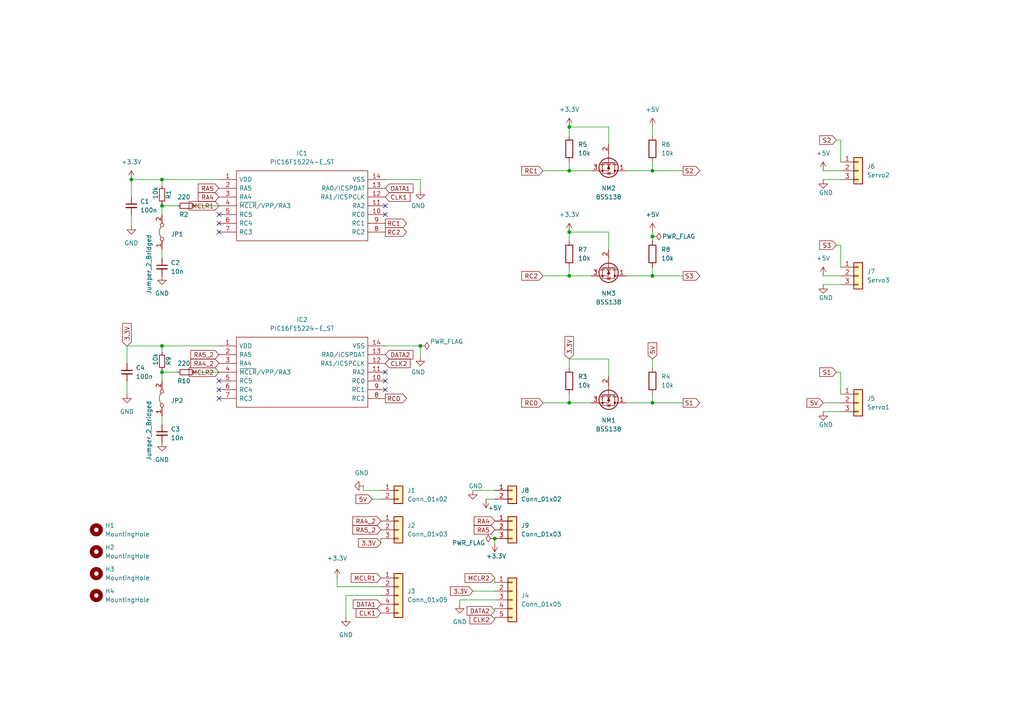
<source format=kicad_sch>
(kicad_sch (version 20211123) (generator eeschema)

  (uuid 7aac16c4-debc-471b-a79f-e408b0c5ce15)

  (paper "A4")

  (lib_symbols
    (symbol "Connector_Generic:Conn_01x02" (pin_names (offset 1.016) hide) (in_bom yes) (on_board yes)
      (property "Reference" "J" (id 0) (at 0 2.54 0)
        (effects (font (size 1.27 1.27)))
      )
      (property "Value" "Conn_01x02" (id 1) (at 0 -5.08 0)
        (effects (font (size 1.27 1.27)))
      )
      (property "Footprint" "" (id 2) (at 0 0 0)
        (effects (font (size 1.27 1.27)) hide)
      )
      (property "Datasheet" "~" (id 3) (at 0 0 0)
        (effects (font (size 1.27 1.27)) hide)
      )
      (property "ki_keywords" "connector" (id 4) (at 0 0 0)
        (effects (font (size 1.27 1.27)) hide)
      )
      (property "ki_description" "Generic connector, single row, 01x02, script generated (kicad-library-utils/schlib/autogen/connector/)" (id 5) (at 0 0 0)
        (effects (font (size 1.27 1.27)) hide)
      )
      (property "ki_fp_filters" "Connector*:*_1x??_*" (id 6) (at 0 0 0)
        (effects (font (size 1.27 1.27)) hide)
      )
      (symbol "Conn_01x02_1_1"
        (rectangle (start -1.27 -2.413) (end 0 -2.667)
          (stroke (width 0.1524) (type default) (color 0 0 0 0))
          (fill (type none))
        )
        (rectangle (start -1.27 0.127) (end 0 -0.127)
          (stroke (width 0.1524) (type default) (color 0 0 0 0))
          (fill (type none))
        )
        (rectangle (start -1.27 1.27) (end 1.27 -3.81)
          (stroke (width 0.254) (type default) (color 0 0 0 0))
          (fill (type background))
        )
        (pin passive line (at -5.08 0 0) (length 3.81)
          (name "Pin_1" (effects (font (size 1.27 1.27))))
          (number "1" (effects (font (size 1.27 1.27))))
        )
        (pin passive line (at -5.08 -2.54 0) (length 3.81)
          (name "Pin_2" (effects (font (size 1.27 1.27))))
          (number "2" (effects (font (size 1.27 1.27))))
        )
      )
    )
    (symbol "Connector_Generic:Conn_01x03" (pin_names (offset 1.016) hide) (in_bom yes) (on_board yes)
      (property "Reference" "J" (id 0) (at 0 5.08 0)
        (effects (font (size 1.27 1.27)))
      )
      (property "Value" "Conn_01x03" (id 1) (at 0 -5.08 0)
        (effects (font (size 1.27 1.27)))
      )
      (property "Footprint" "" (id 2) (at 0 0 0)
        (effects (font (size 1.27 1.27)) hide)
      )
      (property "Datasheet" "~" (id 3) (at 0 0 0)
        (effects (font (size 1.27 1.27)) hide)
      )
      (property "ki_keywords" "connector" (id 4) (at 0 0 0)
        (effects (font (size 1.27 1.27)) hide)
      )
      (property "ki_description" "Generic connector, single row, 01x03, script generated (kicad-library-utils/schlib/autogen/connector/)" (id 5) (at 0 0 0)
        (effects (font (size 1.27 1.27)) hide)
      )
      (property "ki_fp_filters" "Connector*:*_1x??_*" (id 6) (at 0 0 0)
        (effects (font (size 1.27 1.27)) hide)
      )
      (symbol "Conn_01x03_1_1"
        (rectangle (start -1.27 -2.413) (end 0 -2.667)
          (stroke (width 0.1524) (type default) (color 0 0 0 0))
          (fill (type none))
        )
        (rectangle (start -1.27 0.127) (end 0 -0.127)
          (stroke (width 0.1524) (type default) (color 0 0 0 0))
          (fill (type none))
        )
        (rectangle (start -1.27 2.667) (end 0 2.413)
          (stroke (width 0.1524) (type default) (color 0 0 0 0))
          (fill (type none))
        )
        (rectangle (start -1.27 3.81) (end 1.27 -3.81)
          (stroke (width 0.254) (type default) (color 0 0 0 0))
          (fill (type background))
        )
        (pin passive line (at -5.08 2.54 0) (length 3.81)
          (name "Pin_1" (effects (font (size 1.27 1.27))))
          (number "1" (effects (font (size 1.27 1.27))))
        )
        (pin passive line (at -5.08 0 0) (length 3.81)
          (name "Pin_2" (effects (font (size 1.27 1.27))))
          (number "2" (effects (font (size 1.27 1.27))))
        )
        (pin passive line (at -5.08 -2.54 0) (length 3.81)
          (name "Pin_3" (effects (font (size 1.27 1.27))))
          (number "3" (effects (font (size 1.27 1.27))))
        )
      )
    )
    (symbol "Connector_Generic:Conn_01x05" (pin_names (offset 1.016) hide) (in_bom yes) (on_board yes)
      (property "Reference" "J" (id 0) (at 0 7.62 0)
        (effects (font (size 1.27 1.27)))
      )
      (property "Value" "Conn_01x05" (id 1) (at 0 -7.62 0)
        (effects (font (size 1.27 1.27)))
      )
      (property "Footprint" "" (id 2) (at 0 0 0)
        (effects (font (size 1.27 1.27)) hide)
      )
      (property "Datasheet" "~" (id 3) (at 0 0 0)
        (effects (font (size 1.27 1.27)) hide)
      )
      (property "ki_keywords" "connector" (id 4) (at 0 0 0)
        (effects (font (size 1.27 1.27)) hide)
      )
      (property "ki_description" "Generic connector, single row, 01x05, script generated (kicad-library-utils/schlib/autogen/connector/)" (id 5) (at 0 0 0)
        (effects (font (size 1.27 1.27)) hide)
      )
      (property "ki_fp_filters" "Connector*:*_1x??_*" (id 6) (at 0 0 0)
        (effects (font (size 1.27 1.27)) hide)
      )
      (symbol "Conn_01x05_1_1"
        (rectangle (start -1.27 -4.953) (end 0 -5.207)
          (stroke (width 0.1524) (type default) (color 0 0 0 0))
          (fill (type none))
        )
        (rectangle (start -1.27 -2.413) (end 0 -2.667)
          (stroke (width 0.1524) (type default) (color 0 0 0 0))
          (fill (type none))
        )
        (rectangle (start -1.27 0.127) (end 0 -0.127)
          (stroke (width 0.1524) (type default) (color 0 0 0 0))
          (fill (type none))
        )
        (rectangle (start -1.27 2.667) (end 0 2.413)
          (stroke (width 0.1524) (type default) (color 0 0 0 0))
          (fill (type none))
        )
        (rectangle (start -1.27 5.207) (end 0 4.953)
          (stroke (width 0.1524) (type default) (color 0 0 0 0))
          (fill (type none))
        )
        (rectangle (start -1.27 6.35) (end 1.27 -6.35)
          (stroke (width 0.254) (type default) (color 0 0 0 0))
          (fill (type background))
        )
        (pin passive line (at -5.08 5.08 0) (length 3.81)
          (name "Pin_1" (effects (font (size 1.27 1.27))))
          (number "1" (effects (font (size 1.27 1.27))))
        )
        (pin passive line (at -5.08 2.54 0) (length 3.81)
          (name "Pin_2" (effects (font (size 1.27 1.27))))
          (number "2" (effects (font (size 1.27 1.27))))
        )
        (pin passive line (at -5.08 0 0) (length 3.81)
          (name "Pin_3" (effects (font (size 1.27 1.27))))
          (number "3" (effects (font (size 1.27 1.27))))
        )
        (pin passive line (at -5.08 -2.54 0) (length 3.81)
          (name "Pin_4" (effects (font (size 1.27 1.27))))
          (number "4" (effects (font (size 1.27 1.27))))
        )
        (pin passive line (at -5.08 -5.08 0) (length 3.81)
          (name "Pin_5" (effects (font (size 1.27 1.27))))
          (number "5" (effects (font (size 1.27 1.27))))
        )
      )
    )
    (symbol "Device:C_Small" (pin_numbers hide) (pin_names (offset 0.254) hide) (in_bom yes) (on_board yes)
      (property "Reference" "C" (id 0) (at 0.254 1.778 0)
        (effects (font (size 1.27 1.27)) (justify left))
      )
      (property "Value" "C_Small" (id 1) (at 0.254 -2.032 0)
        (effects (font (size 1.27 1.27)) (justify left))
      )
      (property "Footprint" "" (id 2) (at 0 0 0)
        (effects (font (size 1.27 1.27)) hide)
      )
      (property "Datasheet" "~" (id 3) (at 0 0 0)
        (effects (font (size 1.27 1.27)) hide)
      )
      (property "ki_keywords" "capacitor cap" (id 4) (at 0 0 0)
        (effects (font (size 1.27 1.27)) hide)
      )
      (property "ki_description" "Unpolarized capacitor, small symbol" (id 5) (at 0 0 0)
        (effects (font (size 1.27 1.27)) hide)
      )
      (property "ki_fp_filters" "C_*" (id 6) (at 0 0 0)
        (effects (font (size 1.27 1.27)) hide)
      )
      (symbol "C_Small_0_1"
        (polyline
          (pts
            (xy -1.524 -0.508)
            (xy 1.524 -0.508)
          )
          (stroke (width 0.3302) (type default) (color 0 0 0 0))
          (fill (type none))
        )
        (polyline
          (pts
            (xy -1.524 0.508)
            (xy 1.524 0.508)
          )
          (stroke (width 0.3048) (type default) (color 0 0 0 0))
          (fill (type none))
        )
      )
      (symbol "C_Small_1_1"
        (pin passive line (at 0 2.54 270) (length 2.032)
          (name "~" (effects (font (size 1.27 1.27))))
          (number "1" (effects (font (size 1.27 1.27))))
        )
        (pin passive line (at 0 -2.54 90) (length 2.032)
          (name "~" (effects (font (size 1.27 1.27))))
          (number "2" (effects (font (size 1.27 1.27))))
        )
      )
    )
    (symbol "Device:Q_NMOS_DGS" (pin_names (offset 0) hide) (in_bom yes) (on_board yes)
      (property "Reference" "Q" (id 0) (at 5.08 1.27 0)
        (effects (font (size 1.27 1.27)) (justify left))
      )
      (property "Value" "Q_NMOS_DGS" (id 1) (at 5.08 -1.27 0)
        (effects (font (size 1.27 1.27)) (justify left))
      )
      (property "Footprint" "" (id 2) (at 5.08 2.54 0)
        (effects (font (size 1.27 1.27)) hide)
      )
      (property "Datasheet" "~" (id 3) (at 0 0 0)
        (effects (font (size 1.27 1.27)) hide)
      )
      (property "ki_keywords" "transistor NMOS N-MOS N-MOSFET" (id 4) (at 0 0 0)
        (effects (font (size 1.27 1.27)) hide)
      )
      (property "ki_description" "N-MOSFET transistor, drain/gate/source" (id 5) (at 0 0 0)
        (effects (font (size 1.27 1.27)) hide)
      )
      (symbol "Q_NMOS_DGS_0_1"
        (polyline
          (pts
            (xy 0.254 0)
            (xy -2.54 0)
          )
          (stroke (width 0) (type default) (color 0 0 0 0))
          (fill (type none))
        )
        (polyline
          (pts
            (xy 0.254 1.905)
            (xy 0.254 -1.905)
          )
          (stroke (width 0.254) (type default) (color 0 0 0 0))
          (fill (type none))
        )
        (polyline
          (pts
            (xy 0.762 -1.27)
            (xy 0.762 -2.286)
          )
          (stroke (width 0.254) (type default) (color 0 0 0 0))
          (fill (type none))
        )
        (polyline
          (pts
            (xy 0.762 0.508)
            (xy 0.762 -0.508)
          )
          (stroke (width 0.254) (type default) (color 0 0 0 0))
          (fill (type none))
        )
        (polyline
          (pts
            (xy 0.762 2.286)
            (xy 0.762 1.27)
          )
          (stroke (width 0.254) (type default) (color 0 0 0 0))
          (fill (type none))
        )
        (polyline
          (pts
            (xy 2.54 2.54)
            (xy 2.54 1.778)
          )
          (stroke (width 0) (type default) (color 0 0 0 0))
          (fill (type none))
        )
        (polyline
          (pts
            (xy 2.54 -2.54)
            (xy 2.54 0)
            (xy 0.762 0)
          )
          (stroke (width 0) (type default) (color 0 0 0 0))
          (fill (type none))
        )
        (polyline
          (pts
            (xy 0.762 -1.778)
            (xy 3.302 -1.778)
            (xy 3.302 1.778)
            (xy 0.762 1.778)
          )
          (stroke (width 0) (type default) (color 0 0 0 0))
          (fill (type none))
        )
        (polyline
          (pts
            (xy 1.016 0)
            (xy 2.032 0.381)
            (xy 2.032 -0.381)
            (xy 1.016 0)
          )
          (stroke (width 0) (type default) (color 0 0 0 0))
          (fill (type outline))
        )
        (polyline
          (pts
            (xy 2.794 0.508)
            (xy 2.921 0.381)
            (xy 3.683 0.381)
            (xy 3.81 0.254)
          )
          (stroke (width 0) (type default) (color 0 0 0 0))
          (fill (type none))
        )
        (polyline
          (pts
            (xy 3.302 0.381)
            (xy 2.921 -0.254)
            (xy 3.683 -0.254)
            (xy 3.302 0.381)
          )
          (stroke (width 0) (type default) (color 0 0 0 0))
          (fill (type none))
        )
        (circle (center 1.651 0) (radius 2.794)
          (stroke (width 0.254) (type default) (color 0 0 0 0))
          (fill (type none))
        )
        (circle (center 2.54 -1.778) (radius 0.254)
          (stroke (width 0) (type default) (color 0 0 0 0))
          (fill (type outline))
        )
        (circle (center 2.54 1.778) (radius 0.254)
          (stroke (width 0) (type default) (color 0 0 0 0))
          (fill (type outline))
        )
      )
      (symbol "Q_NMOS_DGS_1_1"
        (pin passive line (at 2.54 5.08 270) (length 2.54)
          (name "D" (effects (font (size 1.27 1.27))))
          (number "1" (effects (font (size 1.27 1.27))))
        )
        (pin input line (at -5.08 0 0) (length 2.54)
          (name "G" (effects (font (size 1.27 1.27))))
          (number "2" (effects (font (size 1.27 1.27))))
        )
        (pin passive line (at 2.54 -5.08 90) (length 2.54)
          (name "S" (effects (font (size 1.27 1.27))))
          (number "3" (effects (font (size 1.27 1.27))))
        )
      )
    )
    (symbol "Device:R" (pin_numbers hide) (pin_names (offset 0)) (in_bom yes) (on_board yes)
      (property "Reference" "R" (id 0) (at 2.032 0 90)
        (effects (font (size 1.27 1.27)))
      )
      (property "Value" "R" (id 1) (at 0 0 90)
        (effects (font (size 1.27 1.27)))
      )
      (property "Footprint" "" (id 2) (at -1.778 0 90)
        (effects (font (size 1.27 1.27)) hide)
      )
      (property "Datasheet" "~" (id 3) (at 0 0 0)
        (effects (font (size 1.27 1.27)) hide)
      )
      (property "ki_keywords" "R res resistor" (id 4) (at 0 0 0)
        (effects (font (size 1.27 1.27)) hide)
      )
      (property "ki_description" "Resistor" (id 5) (at 0 0 0)
        (effects (font (size 1.27 1.27)) hide)
      )
      (property "ki_fp_filters" "R_*" (id 6) (at 0 0 0)
        (effects (font (size 1.27 1.27)) hide)
      )
      (symbol "R_0_1"
        (rectangle (start -1.016 -2.54) (end 1.016 2.54)
          (stroke (width 0.254) (type default) (color 0 0 0 0))
          (fill (type none))
        )
      )
      (symbol "R_1_1"
        (pin passive line (at 0 3.81 270) (length 1.27)
          (name "~" (effects (font (size 1.27 1.27))))
          (number "1" (effects (font (size 1.27 1.27))))
        )
        (pin passive line (at 0 -3.81 90) (length 1.27)
          (name "~" (effects (font (size 1.27 1.27))))
          (number "2" (effects (font (size 1.27 1.27))))
        )
      )
    )
    (symbol "Device:R_Small" (pin_numbers hide) (pin_names (offset 0.254) hide) (in_bom yes) (on_board yes)
      (property "Reference" "R" (id 0) (at 0.762 0.508 0)
        (effects (font (size 1.27 1.27)) (justify left))
      )
      (property "Value" "R_Small" (id 1) (at 0.762 -1.016 0)
        (effects (font (size 1.27 1.27)) (justify left))
      )
      (property "Footprint" "" (id 2) (at 0 0 0)
        (effects (font (size 1.27 1.27)) hide)
      )
      (property "Datasheet" "~" (id 3) (at 0 0 0)
        (effects (font (size 1.27 1.27)) hide)
      )
      (property "ki_keywords" "R resistor" (id 4) (at 0 0 0)
        (effects (font (size 1.27 1.27)) hide)
      )
      (property "ki_description" "Resistor, small symbol" (id 5) (at 0 0 0)
        (effects (font (size 1.27 1.27)) hide)
      )
      (property "ki_fp_filters" "R_*" (id 6) (at 0 0 0)
        (effects (font (size 1.27 1.27)) hide)
      )
      (symbol "R_Small_0_1"
        (rectangle (start -0.762 1.778) (end 0.762 -1.778)
          (stroke (width 0.2032) (type default) (color 0 0 0 0))
          (fill (type none))
        )
      )
      (symbol "R_Small_1_1"
        (pin passive line (at 0 2.54 270) (length 0.762)
          (name "~" (effects (font (size 1.27 1.27))))
          (number "1" (effects (font (size 1.27 1.27))))
        )
        (pin passive line (at 0 -2.54 90) (length 0.762)
          (name "~" (effects (font (size 1.27 1.27))))
          (number "2" (effects (font (size 1.27 1.27))))
        )
      )
    )
    (symbol "Jumper:Jumper_2_Bridged" (pin_names (offset 0) hide) (in_bom yes) (on_board yes)
      (property "Reference" "JP" (id 0) (at 0 1.905 0)
        (effects (font (size 1.27 1.27)))
      )
      (property "Value" "Jumper_2_Bridged" (id 1) (at 0 -2.54 0)
        (effects (font (size 1.27 1.27)))
      )
      (property "Footprint" "" (id 2) (at 0 0 0)
        (effects (font (size 1.27 1.27)) hide)
      )
      (property "Datasheet" "~" (id 3) (at 0 0 0)
        (effects (font (size 1.27 1.27)) hide)
      )
      (property "ki_keywords" "Jumper SPST" (id 4) (at 0 0 0)
        (effects (font (size 1.27 1.27)) hide)
      )
      (property "ki_description" "Jumper, 2-pole, closed/bridged" (id 5) (at 0 0 0)
        (effects (font (size 1.27 1.27)) hide)
      )
      (property "ki_fp_filters" "Jumper* TestPoint*2Pads* TestPoint*Bridge*" (id 6) (at 0 0 0)
        (effects (font (size 1.27 1.27)) hide)
      )
      (symbol "Jumper_2_Bridged_0_0"
        (circle (center -2.032 0) (radius 0.508)
          (stroke (width 0) (type default) (color 0 0 0 0))
          (fill (type none))
        )
        (circle (center 2.032 0) (radius 0.508)
          (stroke (width 0) (type default) (color 0 0 0 0))
          (fill (type none))
        )
      )
      (symbol "Jumper_2_Bridged_0_1"
        (arc (start 1.524 0.254) (mid 0 0.762) (end -1.524 0.254)
          (stroke (width 0) (type default) (color 0 0 0 0))
          (fill (type none))
        )
      )
      (symbol "Jumper_2_Bridged_1_1"
        (pin passive line (at -5.08 0 0) (length 2.54)
          (name "A" (effects (font (size 1.27 1.27))))
          (number "1" (effects (font (size 1.27 1.27))))
        )
        (pin passive line (at 5.08 0 180) (length 2.54)
          (name "B" (effects (font (size 1.27 1.27))))
          (number "2" (effects (font (size 1.27 1.27))))
        )
      )
    )
    (symbol "Mechanical:MountingHole" (pin_names (offset 1.016)) (in_bom yes) (on_board yes)
      (property "Reference" "H" (id 0) (at 0 5.08 0)
        (effects (font (size 1.27 1.27)))
      )
      (property "Value" "MountingHole" (id 1) (at 0 3.175 0)
        (effects (font (size 1.27 1.27)))
      )
      (property "Footprint" "" (id 2) (at 0 0 0)
        (effects (font (size 1.27 1.27)) hide)
      )
      (property "Datasheet" "~" (id 3) (at 0 0 0)
        (effects (font (size 1.27 1.27)) hide)
      )
      (property "ki_keywords" "mounting hole" (id 4) (at 0 0 0)
        (effects (font (size 1.27 1.27)) hide)
      )
      (property "ki_description" "Mounting Hole without connection" (id 5) (at 0 0 0)
        (effects (font (size 1.27 1.27)) hide)
      )
      (property "ki_fp_filters" "MountingHole*" (id 6) (at 0 0 0)
        (effects (font (size 1.27 1.27)) hide)
      )
      (symbol "MountingHole_0_1"
        (circle (center 0 0) (radius 1.27)
          (stroke (width 1.27) (type default) (color 0 0 0 0))
          (fill (type none))
        )
      )
    )
    (symbol "Symbols:PIC16F15224-E_ST" (pin_names (offset 0.762)) (in_bom yes) (on_board yes)
      (property "Reference" "IC" (id 0) (at 44.45 7.62 0)
        (effects (font (size 1.27 1.27)) (justify left))
      )
      (property "Value" "PIC16F15224-E_ST" (id 1) (at 44.45 5.08 0)
        (effects (font (size 1.27 1.27)) (justify left))
      )
      (property "Footprint" "Footprints:SOP65P640X120-14N" (id 2) (at 44.45 2.54 0)
        (effects (font (size 1.27 1.27)) (justify left) hide)
      )
      (property "Datasheet" "https://ww1.microchip.com/downloads/en/DeviceDoc/PIC16F15213-14-23-24-43-44-Data-Sheet-DS40002195B.pdf" (id 3) (at 44.45 0 0)
        (effects (font (size 1.27 1.27)) (justify left) hide)
      )
      (property "Description" "8-bit Microcontrollers - MCU 7KB Flash, 512B RAM, 10b ADC, 2x PWM, 2x CCP, HLT, WDT, PPS, EUSART, SPI/I2C, XLP SLEEP Mode" (id 4) (at 44.45 -2.54 0)
        (effects (font (size 1.27 1.27)) (justify left) hide)
      )
      (property "Height" "1.2" (id 5) (at 44.45 -5.08 0)
        (effects (font (size 1.27 1.27)) (justify left) hide)
      )
      (property "Mouser Part Number" "579-PIC16F15224-E/ST" (id 6) (at 44.45 -7.62 0)
        (effects (font (size 1.27 1.27)) (justify left) hide)
      )
      (property "Mouser Price/Stock" "https://www.mouser.co.uk/ProductDetail/Microchip-Technology/PIC16F15224-E-ST?qs=xZ%2FP%252Ba9zWqaFu9TE71IOhA%3D%3D" (id 7) (at 44.45 -10.16 0)
        (effects (font (size 1.27 1.27)) (justify left) hide)
      )
      (property "Manufacturer_Name" "Microchip" (id 8) (at 44.45 -12.7 0)
        (effects (font (size 1.27 1.27)) (justify left) hide)
      )
      (property "Manufacturer_Part_Number" "PIC16F15224-E/ST" (id 9) (at 44.45 -15.24 0)
        (effects (font (size 1.27 1.27)) (justify left) hide)
      )
      (property "ki_description" "8-bit Microcontrollers - MCU 7KB Flash, 512B RAM, 10b ADC, 2x PWM, 2x CCP, HLT, WDT, PPS, EUSART, SPI/I2C, XLP SLEEP Mode" (id 10) (at 0 0 0)
        (effects (font (size 1.27 1.27)) hide)
      )
      (symbol "PIC16F15224-E_ST_0_0"
        (pin passive line (at 0 0 0) (length 5.08)
          (name "VDD" (effects (font (size 1.27 1.27))))
          (number "1" (effects (font (size 1.27 1.27))))
        )
        (pin passive line (at 48.26 -10.16 180) (length 5.08)
          (name "RC0" (effects (font (size 1.27 1.27))))
          (number "10" (effects (font (size 1.27 1.27))))
        )
        (pin passive line (at 48.26 -7.62 180) (length 5.08)
          (name "RA2" (effects (font (size 1.27 1.27))))
          (number "11" (effects (font (size 1.27 1.27))))
        )
        (pin passive line (at 48.26 -5.08 180) (length 5.08)
          (name "RA1/ICSPCLK" (effects (font (size 1.27 1.27))))
          (number "12" (effects (font (size 1.27 1.27))))
        )
        (pin passive line (at 48.26 -2.54 180) (length 5.08)
          (name "RA0/ICSPDAT" (effects (font (size 1.27 1.27))))
          (number "13" (effects (font (size 1.27 1.27))))
        )
        (pin passive line (at 48.26 0 180) (length 5.08)
          (name "VSS" (effects (font (size 1.27 1.27))))
          (number "14" (effects (font (size 1.27 1.27))))
        )
        (pin passive line (at 0 -2.54 0) (length 5.08)
          (name "RA5" (effects (font (size 1.27 1.27))))
          (number "2" (effects (font (size 1.27 1.27))))
        )
        (pin passive line (at 0 -5.08 0) (length 5.08)
          (name "RA4" (effects (font (size 1.27 1.27))))
          (number "3" (effects (font (size 1.27 1.27))))
        )
        (pin passive line (at 0 -7.62 0) (length 5.08)
          (name "~{MCLR}/VPP/RA3" (effects (font (size 1.27 1.27))))
          (number "4" (effects (font (size 1.27 1.27))))
        )
        (pin passive line (at 0 -10.16 0) (length 5.08)
          (name "RC5" (effects (font (size 1.27 1.27))))
          (number "5" (effects (font (size 1.27 1.27))))
        )
        (pin passive line (at 0 -12.7 0) (length 5.08)
          (name "RC4" (effects (font (size 1.27 1.27))))
          (number "6" (effects (font (size 1.27 1.27))))
        )
        (pin passive line (at 0 -15.24 0) (length 5.08)
          (name "RC3" (effects (font (size 1.27 1.27))))
          (number "7" (effects (font (size 1.27 1.27))))
        )
        (pin passive line (at 48.26 -15.24 180) (length 5.08)
          (name "RC2" (effects (font (size 1.27 1.27))))
          (number "8" (effects (font (size 1.27 1.27))))
        )
        (pin passive line (at 48.26 -12.7 180) (length 5.08)
          (name "RC1" (effects (font (size 1.27 1.27))))
          (number "9" (effects (font (size 1.27 1.27))))
        )
      )
      (symbol "PIC16F15224-E_ST_0_1"
        (polyline
          (pts
            (xy 5.08 2.54)
            (xy 43.18 2.54)
            (xy 43.18 -17.78)
            (xy 5.08 -17.78)
            (xy 5.08 2.54)
          )
          (stroke (width 0.1524) (type default) (color 0 0 0 0))
          (fill (type none))
        )
      )
    )
    (symbol "power:+3.3V" (power) (pin_names (offset 0)) (in_bom yes) (on_board yes)
      (property "Reference" "#PWR" (id 0) (at 0 -3.81 0)
        (effects (font (size 1.27 1.27)) hide)
      )
      (property "Value" "+3.3V" (id 1) (at 0 3.556 0)
        (effects (font (size 1.27 1.27)))
      )
      (property "Footprint" "" (id 2) (at 0 0 0)
        (effects (font (size 1.27 1.27)) hide)
      )
      (property "Datasheet" "" (id 3) (at 0 0 0)
        (effects (font (size 1.27 1.27)) hide)
      )
      (property "ki_keywords" "power-flag" (id 4) (at 0 0 0)
        (effects (font (size 1.27 1.27)) hide)
      )
      (property "ki_description" "Power symbol creates a global label with name \"+3.3V\"" (id 5) (at 0 0 0)
        (effects (font (size 1.27 1.27)) hide)
      )
      (symbol "+3.3V_0_1"
        (polyline
          (pts
            (xy -0.762 1.27)
            (xy 0 2.54)
          )
          (stroke (width 0) (type default) (color 0 0 0 0))
          (fill (type none))
        )
        (polyline
          (pts
            (xy 0 0)
            (xy 0 2.54)
          )
          (stroke (width 0) (type default) (color 0 0 0 0))
          (fill (type none))
        )
        (polyline
          (pts
            (xy 0 2.54)
            (xy 0.762 1.27)
          )
          (stroke (width 0) (type default) (color 0 0 0 0))
          (fill (type none))
        )
      )
      (symbol "+3.3V_1_1"
        (pin power_in line (at 0 0 90) (length 0) hide
          (name "+3.3V" (effects (font (size 1.27 1.27))))
          (number "1" (effects (font (size 1.27 1.27))))
        )
      )
    )
    (symbol "power:+5V" (power) (pin_names (offset 0)) (in_bom yes) (on_board yes)
      (property "Reference" "#PWR" (id 0) (at 0 -3.81 0)
        (effects (font (size 1.27 1.27)) hide)
      )
      (property "Value" "+5V" (id 1) (at 0 3.556 0)
        (effects (font (size 1.27 1.27)))
      )
      (property "Footprint" "" (id 2) (at 0 0 0)
        (effects (font (size 1.27 1.27)) hide)
      )
      (property "Datasheet" "" (id 3) (at 0 0 0)
        (effects (font (size 1.27 1.27)) hide)
      )
      (property "ki_keywords" "power-flag" (id 4) (at 0 0 0)
        (effects (font (size 1.27 1.27)) hide)
      )
      (property "ki_description" "Power symbol creates a global label with name \"+5V\"" (id 5) (at 0 0 0)
        (effects (font (size 1.27 1.27)) hide)
      )
      (symbol "+5V_0_1"
        (polyline
          (pts
            (xy -0.762 1.27)
            (xy 0 2.54)
          )
          (stroke (width 0) (type default) (color 0 0 0 0))
          (fill (type none))
        )
        (polyline
          (pts
            (xy 0 0)
            (xy 0 2.54)
          )
          (stroke (width 0) (type default) (color 0 0 0 0))
          (fill (type none))
        )
        (polyline
          (pts
            (xy 0 2.54)
            (xy 0.762 1.27)
          )
          (stroke (width 0) (type default) (color 0 0 0 0))
          (fill (type none))
        )
      )
      (symbol "+5V_1_1"
        (pin power_in line (at 0 0 90) (length 0) hide
          (name "+5V" (effects (font (size 1.27 1.27))))
          (number "1" (effects (font (size 1.27 1.27))))
        )
      )
    )
    (symbol "power:GND" (power) (pin_names (offset 0)) (in_bom yes) (on_board yes)
      (property "Reference" "#PWR" (id 0) (at 0 -6.35 0)
        (effects (font (size 1.27 1.27)) hide)
      )
      (property "Value" "GND" (id 1) (at 0 -3.81 0)
        (effects (font (size 1.27 1.27)))
      )
      (property "Footprint" "" (id 2) (at 0 0 0)
        (effects (font (size 1.27 1.27)) hide)
      )
      (property "Datasheet" "" (id 3) (at 0 0 0)
        (effects (font (size 1.27 1.27)) hide)
      )
      (property "ki_keywords" "power-flag" (id 4) (at 0 0 0)
        (effects (font (size 1.27 1.27)) hide)
      )
      (property "ki_description" "Power symbol creates a global label with name \"GND\" , ground" (id 5) (at 0 0 0)
        (effects (font (size 1.27 1.27)) hide)
      )
      (symbol "GND_0_1"
        (polyline
          (pts
            (xy 0 0)
            (xy 0 -1.27)
            (xy 1.27 -1.27)
            (xy 0 -2.54)
            (xy -1.27 -1.27)
            (xy 0 -1.27)
          )
          (stroke (width 0) (type default) (color 0 0 0 0))
          (fill (type none))
        )
      )
      (symbol "GND_1_1"
        (pin power_in line (at 0 0 270) (length 0) hide
          (name "GND" (effects (font (size 1.27 1.27))))
          (number "1" (effects (font (size 1.27 1.27))))
        )
      )
    )
    (symbol "power:PWR_FLAG" (power) (pin_numbers hide) (pin_names (offset 0) hide) (in_bom yes) (on_board yes)
      (property "Reference" "#FLG" (id 0) (at 0 1.905 0)
        (effects (font (size 1.27 1.27)) hide)
      )
      (property "Value" "PWR_FLAG" (id 1) (at 0 3.81 0)
        (effects (font (size 1.27 1.27)))
      )
      (property "Footprint" "" (id 2) (at 0 0 0)
        (effects (font (size 1.27 1.27)) hide)
      )
      (property "Datasheet" "~" (id 3) (at 0 0 0)
        (effects (font (size 1.27 1.27)) hide)
      )
      (property "ki_keywords" "power-flag" (id 4) (at 0 0 0)
        (effects (font (size 1.27 1.27)) hide)
      )
      (property "ki_description" "Special symbol for telling ERC where power comes from" (id 5) (at 0 0 0)
        (effects (font (size 1.27 1.27)) hide)
      )
      (symbol "PWR_FLAG_0_0"
        (pin power_out line (at 0 0 90) (length 0)
          (name "pwr" (effects (font (size 1.27 1.27))))
          (number "1" (effects (font (size 1.27 1.27))))
        )
      )
      (symbol "PWR_FLAG_0_1"
        (polyline
          (pts
            (xy 0 0)
            (xy 0 1.27)
            (xy -1.016 1.905)
            (xy 0 2.54)
            (xy 1.016 1.905)
            (xy 0 1.27)
          )
          (stroke (width 0) (type default) (color 0 0 0 0))
          (fill (type none))
        )
      )
    )
  )


  (junction (at 165.1 49.53) (diameter 0) (color 0 0 0 0)
    (uuid 19214df1-b961-4df9-9646-88f27d9779a3)
  )
  (junction (at 189.23 68.58) (diameter 0) (color 0 0 0 0)
    (uuid 20dd8c0d-4f79-4601-9ba7-51d1b19845a2)
  )
  (junction (at 189.23 116.84) (diameter 0) (color 0 0 0 0)
    (uuid 2691e086-fa87-4d51-8f05-756f1bc0e497)
  )
  (junction (at 121.92 100.33) (diameter 0) (color 0 0 0 0)
    (uuid 27ca745f-6c01-4a04-b5e1-48dc3d3ba7e6)
  )
  (junction (at 165.1 116.84) (diameter 0) (color 0 0 0 0)
    (uuid 2f8c93a6-5d44-4e16-b9cc-c54857c50941)
  )
  (junction (at 46.99 100.33) (diameter 0) (color 0 0 0 0)
    (uuid 3be05d66-3abf-41dc-8f5e-c55f215a945d)
  )
  (junction (at 189.23 80.01) (diameter 0) (color 0 0 0 0)
    (uuid 541b3fe5-0a98-4d6d-b1ac-eceba671a193)
  )
  (junction (at 165.1 36.83) (diameter 0) (color 0 0 0 0)
    (uuid 589449e4-a178-4fc9-b6d0-023b9f4bd236)
  )
  (junction (at 165.1 67.31) (diameter 0) (color 0 0 0 0)
    (uuid 6573bc4f-c5eb-4fbe-9635-10a2c90b2c07)
  )
  (junction (at 46.99 59.69) (diameter 0) (color 0 0 0 0)
    (uuid a9364448-a724-44a5-805a-5da060407b69)
  )
  (junction (at 46.99 107.95) (diameter 0) (color 0 0 0 0)
    (uuid b65fb160-e9c2-4f8d-8fb1-e61f0b5b576d)
  )
  (junction (at 165.1 80.01) (diameter 0) (color 0 0 0 0)
    (uuid d53f0fab-2dd3-49fe-8613-cde821e9ebd9)
  )
  (junction (at 143.51 156.21) (diameter 0) (color 0 0 0 0)
    (uuid e3792786-eec1-43b7-b587-6b4a603e5bb5)
  )
  (junction (at 189.23 49.53) (diameter 0) (color 0 0 0 0)
    (uuid eba77ab7-805e-434f-96e5-25935db92e31)
  )
  (junction (at 38.1 52.07) (diameter 0) (color 0 0 0 0)
    (uuid ecf42465-ed4c-439b-91ea-33d78981a52d)
  )
  (junction (at 46.99 52.07) (diameter 0) (color 0 0 0 0)
    (uuid ffaebf85-689f-4cba-b946-4a3eddb4faf6)
  )

  (no_connect (at 63.5 115.57) (uuid 03d75082-192c-4268-bcff-8401c604f352))
  (no_connect (at 63.5 64.77) (uuid 286266ee-15c5-4fbd-8ee9-7044882cdfc6))
  (no_connect (at 111.76 113.03) (uuid 8b9f8bf5-ce87-4be6-843c-e972c716c055))
  (no_connect (at 111.76 110.49) (uuid 8b9f8bf5-ce87-4be6-843c-e972c716c056))
  (no_connect (at 111.76 107.95) (uuid 8cb3cc07-e4eb-4d50-9c9b-809b75984b9c))
  (no_connect (at 63.5 110.49) (uuid aaab826a-11f6-40ea-bb41-815c82b47582))
  (no_connect (at 63.5 62.23) (uuid b9757eee-9047-474c-a3ee-8aee810560c1))
  (no_connect (at 63.5 113.03) (uuid c3b1dc40-f7c6-4bef-8b6b-5813522f9995))
  (no_connect (at 111.76 59.69) (uuid e71bfa71-b818-4c31-9139-7af9ebf1b86e))
  (no_connect (at 111.76 62.23) (uuid eeb98e63-6239-4310-a4b5-670f6ff4841c))
  (no_connect (at 63.5 67.31) (uuid fb16cfcd-e610-4ae0-b2aa-884068d16fd5))

  (wire (pts (xy 143.51 176.53) (xy 143.51 177.165))
    (stroke (width 0) (type default) (color 0 0 0 0))
    (uuid 03a03071-4b26-4bae-8302-f7df705ae25a)
  )
  (wire (pts (xy 189.23 104.14) (xy 189.23 106.68))
    (stroke (width 0) (type default) (color 0 0 0 0))
    (uuid 04edd33d-cc19-4862-aa94-b499a7f32ec6)
  )
  (wire (pts (xy 238.76 80.01) (xy 243.84 80.01))
    (stroke (width 0) (type default) (color 0 0 0 0))
    (uuid 057308e7-ee1e-43a6-8a81-cabd723df736)
  )
  (wire (pts (xy 51.435 107.95) (xy 46.99 107.95))
    (stroke (width 0) (type default) (color 0 0 0 0))
    (uuid 0f65bf65-70ed-4e73-bafe-e1e651b88f7d)
  )
  (wire (pts (xy 165.1 36.83) (xy 176.53 36.83))
    (stroke (width 0) (type default) (color 0 0 0 0))
    (uuid 11a75837-8be9-407b-aa6f-e6c066418c64)
  )
  (wire (pts (xy 121.92 103.505) (xy 121.92 100.33))
    (stroke (width 0) (type default) (color 0 0 0 0))
    (uuid 126840dd-1612-4aba-842a-c7479d943bca)
  )
  (wire (pts (xy 105.41 142.24) (xy 105.41 140.97))
    (stroke (width 0) (type default) (color 0 0 0 0))
    (uuid 15acec68-fe44-43e6-a530-25e896442dd2)
  )
  (wire (pts (xy 133.35 175.26) (xy 133.35 173.99))
    (stroke (width 0) (type default) (color 0 0 0 0))
    (uuid 1844c30d-b96b-4f9d-9784-e8dae02e39e4)
  )
  (wire (pts (xy 46.99 110.49) (xy 46.99 107.95))
    (stroke (width 0) (type default) (color 0 0 0 0))
    (uuid 2388b03a-5a6a-4890-9cdd-c80d0c81ffab)
  )
  (wire (pts (xy 165.1 116.84) (xy 171.45 116.84))
    (stroke (width 0) (type default) (color 0 0 0 0))
    (uuid 266ec35c-d2ac-4f3f-bfe5-dec7342d43e5)
  )
  (wire (pts (xy 243.84 107.95) (xy 242.57 107.95))
    (stroke (width 0) (type default) (color 0 0 0 0))
    (uuid 280f05e1-7135-4339-af0e-ef6a5d85c089)
  )
  (wire (pts (xy 46.99 123.19) (xy 46.99 120.65))
    (stroke (width 0) (type default) (color 0 0 0 0))
    (uuid 28b8667d-9a31-4a20-a5c3-3de1ce95c246)
  )
  (wire (pts (xy 110.49 142.24) (xy 105.41 142.24))
    (stroke (width 0) (type default) (color 0 0 0 0))
    (uuid 28dce699-0af3-49cc-a610-4ef657f10f5a)
  )
  (wire (pts (xy 189.23 46.99) (xy 189.23 49.53))
    (stroke (width 0) (type default) (color 0 0 0 0))
    (uuid 2ac2fa3b-0ec9-4f90-a9d5-03dfca240df9)
  )
  (wire (pts (xy 243.84 114.3) (xy 243.84 107.95))
    (stroke (width 0) (type default) (color 0 0 0 0))
    (uuid 2c2f0c92-7aeb-43b2-94b4-7e63837fc2c8)
  )
  (wire (pts (xy 121.92 52.07) (xy 111.76 52.07))
    (stroke (width 0) (type default) (color 0 0 0 0))
    (uuid 301fb9a0-0b1c-4c22-896f-e280296570fd)
  )
  (wire (pts (xy 189.23 80.01) (xy 198.12 80.01))
    (stroke (width 0) (type default) (color 0 0 0 0))
    (uuid 3160bc06-b8ec-4e60-b8e1-2d4b07af07ed)
  )
  (wire (pts (xy 243.84 40.64) (xy 242.57 40.64))
    (stroke (width 0) (type default) (color 0 0 0 0))
    (uuid 3458a9d1-2eef-40f4-be3a-b005e60d81cd)
  )
  (wire (pts (xy 107.95 144.78) (xy 110.49 144.78))
    (stroke (width 0) (type default) (color 0 0 0 0))
    (uuid 377ae1c8-9064-45fa-9bdb-275647ef1d9f)
  )
  (wire (pts (xy 38.1 62.23) (xy 38.1 65.405))
    (stroke (width 0) (type default) (color 0 0 0 0))
    (uuid 3d864685-2f72-4be1-b4d9-06c539e352f5)
  )
  (wire (pts (xy 189.23 67.31) (xy 189.23 68.58))
    (stroke (width 0) (type default) (color 0 0 0 0))
    (uuid 3ec61b53-a750-4f35-ae03-5cb5a72ea0b9)
  )
  (wire (pts (xy 143.51 179.07) (xy 143.51 179.705))
    (stroke (width 0) (type default) (color 0 0 0 0))
    (uuid 412fbf3b-ca98-4822-941c-cd99ae4f02ad)
  )
  (wire (pts (xy 46.99 52.07) (xy 63.5 52.07))
    (stroke (width 0) (type default) (color 0 0 0 0))
    (uuid 4334df94-7c8e-4a61-ba89-39c980cbbba0)
  )
  (wire (pts (xy 238.76 116.84) (xy 243.84 116.84))
    (stroke (width 0) (type default) (color 0 0 0 0))
    (uuid 52c91d78-3bf8-4c15-9d68-5477fddd5854)
  )
  (wire (pts (xy 238.76 52.07) (xy 243.84 52.07))
    (stroke (width 0) (type default) (color 0 0 0 0))
    (uuid 5333e95e-4ce4-44c9-8066-c33c6f0caae2)
  )
  (wire (pts (xy 189.23 114.3) (xy 189.23 116.84))
    (stroke (width 0) (type default) (color 0 0 0 0))
    (uuid 535a8213-e79b-4f62-a1a6-c6d5ee2615b4)
  )
  (wire (pts (xy 157.48 49.53) (xy 165.1 49.53))
    (stroke (width 0) (type default) (color 0 0 0 0))
    (uuid 55b0d018-3e45-487c-bac5-fd0de2a9ba2e)
  )
  (wire (pts (xy 38.1 52.07) (xy 46.99 52.07))
    (stroke (width 0) (type default) (color 0 0 0 0))
    (uuid 5acd39ac-b87f-47d4-bd8b-95071343b730)
  )
  (wire (pts (xy 181.61 116.84) (xy 189.23 116.84))
    (stroke (width 0) (type default) (color 0 0 0 0))
    (uuid 621103da-6df1-47a4-b3e8-b02d67a24195)
  )
  (wire (pts (xy 46.99 100.33) (xy 46.99 102.235))
    (stroke (width 0) (type default) (color 0 0 0 0))
    (uuid 6460e04f-851f-4b31-a912-86c7cb7e5452)
  )
  (wire (pts (xy 110.49 170.18) (xy 97.79 170.18))
    (stroke (width 0) (type default) (color 0 0 0 0))
    (uuid 68ddf109-21eb-4d09-9a17-c7eeea16d0df)
  )
  (wire (pts (xy 143.51 167.64) (xy 143.51 168.91))
    (stroke (width 0) (type default) (color 0 0 0 0))
    (uuid 6b12b029-6068-4a16-b350-4fc8c7a23121)
  )
  (wire (pts (xy 36.83 105.41) (xy 36.83 100.33))
    (stroke (width 0) (type default) (color 0 0 0 0))
    (uuid 6b2f7299-170f-4671-8022-4df2a884ae01)
  )
  (wire (pts (xy 165.1 106.68) (xy 165.1 104.14))
    (stroke (width 0) (type default) (color 0 0 0 0))
    (uuid 6b32f6c6-ae1c-4663-9194-082592bbeca9)
  )
  (wire (pts (xy 157.48 116.84) (xy 165.1 116.84))
    (stroke (width 0) (type default) (color 0 0 0 0))
    (uuid 6d8c863e-a26a-406b-b90b-981c28db86e2)
  )
  (wire (pts (xy 133.35 173.99) (xy 143.51 173.99))
    (stroke (width 0) (type default) (color 0 0 0 0))
    (uuid 706321cd-4cd1-4c5e-a673-51c9765e0ede)
  )
  (wire (pts (xy 121.92 55.245) (xy 121.92 52.07))
    (stroke (width 0) (type default) (color 0 0 0 0))
    (uuid 7b2dd538-c1b8-485a-986d-5ffe6e8fd76d)
  )
  (wire (pts (xy 189.23 116.84) (xy 198.12 116.84))
    (stroke (width 0) (type default) (color 0 0 0 0))
    (uuid 81793ba6-44f3-4e35-ad48-9543eef98ca5)
  )
  (wire (pts (xy 137.16 142.24) (xy 143.51 142.24))
    (stroke (width 0) (type default) (color 0 0 0 0))
    (uuid 8250cf10-3157-4ecd-82dc-8504cb173c80)
  )
  (wire (pts (xy 189.23 77.47) (xy 189.23 80.01))
    (stroke (width 0) (type default) (color 0 0 0 0))
    (uuid 83ac1df2-5b3e-48c5-8977-33eed85ead49)
  )
  (wire (pts (xy 181.61 80.01) (xy 189.23 80.01))
    (stroke (width 0) (type default) (color 0 0 0 0))
    (uuid 85b1f7c1-f793-4278-9653-e89aaf9dba4b)
  )
  (wire (pts (xy 46.99 107.95) (xy 46.99 107.315))
    (stroke (width 0) (type default) (color 0 0 0 0))
    (uuid 87817725-027a-43d9-9f7b-154742dbaef7)
  )
  (wire (pts (xy 165.1 69.85) (xy 165.1 67.31))
    (stroke (width 0) (type default) (color 0 0 0 0))
    (uuid 8c8b712c-b977-47ae-a656-e56c7a56e8e9)
  )
  (wire (pts (xy 51.435 59.69) (xy 46.99 59.69))
    (stroke (width 0) (type default) (color 0 0 0 0))
    (uuid 90965908-5536-4a3c-85b4-5b15be6ea050)
  )
  (wire (pts (xy 100.33 172.72) (xy 100.33 179.07))
    (stroke (width 0) (type default) (color 0 0 0 0))
    (uuid 969fb9e1-144c-43a7-93e1-9130da5a2163)
  )
  (wire (pts (xy 181.61 49.53) (xy 189.23 49.53))
    (stroke (width 0) (type default) (color 0 0 0 0))
    (uuid 9bd2d14e-0ccd-4bcf-91fb-a0be1952e36f)
  )
  (wire (pts (xy 46.99 62.23) (xy 46.99 59.69))
    (stroke (width 0) (type default) (color 0 0 0 0))
    (uuid 9c01a08f-066b-47ee-819f-7f7b97130d46)
  )
  (wire (pts (xy 176.53 36.83) (xy 176.53 41.91))
    (stroke (width 0) (type default) (color 0 0 0 0))
    (uuid a1637e13-2e65-4eb2-9a1d-65a6e1575ce7)
  )
  (wire (pts (xy 165.1 46.99) (xy 165.1 49.53))
    (stroke (width 0) (type default) (color 0 0 0 0))
    (uuid a1a4086a-c732-4bc0-b2ad-ceeb3611fa2a)
  )
  (wire (pts (xy 165.1 67.31) (xy 176.53 67.31))
    (stroke (width 0) (type default) (color 0 0 0 0))
    (uuid a642b83f-3f9d-4d3f-a7ec-93652c33b32b)
  )
  (wire (pts (xy 238.76 49.53) (xy 243.84 49.53))
    (stroke (width 0) (type default) (color 0 0 0 0))
    (uuid a724dc64-1e7d-4ec6-8655-4d71583028a0)
  )
  (wire (pts (xy 165.1 39.37) (xy 165.1 36.83))
    (stroke (width 0) (type default) (color 0 0 0 0))
    (uuid a8cbfd02-8746-417b-9aa1-01af5d0e8f41)
  )
  (wire (pts (xy 121.92 100.33) (xy 111.76 100.33))
    (stroke (width 0) (type default) (color 0 0 0 0))
    (uuid a9e47916-71cd-4291-ab72-674989071c84)
  )
  (wire (pts (xy 46.99 72.39) (xy 46.99 74.93))
    (stroke (width 0) (type default) (color 0 0 0 0))
    (uuid ab700af0-b2fc-4005-8ccb-3f45e7ed0cb3)
  )
  (wire (pts (xy 189.23 36.83) (xy 189.23 39.37))
    (stroke (width 0) (type default) (color 0 0 0 0))
    (uuid af23f6e5-10f8-4885-bbec-b55cb5e6d601)
  )
  (wire (pts (xy 189.23 49.53) (xy 198.12 49.53))
    (stroke (width 0) (type default) (color 0 0 0 0))
    (uuid b02af776-4d93-4d95-a8b4-14fe0cde49bb)
  )
  (wire (pts (xy 243.84 71.12) (xy 242.57 71.12))
    (stroke (width 0) (type default) (color 0 0 0 0))
    (uuid b1b29959-b5ad-47fa-af67-5d237c6c5b6f)
  )
  (wire (pts (xy 38.1 52.07) (xy 38.1 57.15))
    (stroke (width 0) (type default) (color 0 0 0 0))
    (uuid b2a1608c-4bdc-482a-918d-c190500d6962)
  )
  (wire (pts (xy 46.99 100.33) (xy 63.5 100.33))
    (stroke (width 0) (type default) (color 0 0 0 0))
    (uuid b2f9f9db-422c-46d7-99be-f13944f7efb9)
  )
  (wire (pts (xy 165.1 49.53) (xy 171.45 49.53))
    (stroke (width 0) (type default) (color 0 0 0 0))
    (uuid b93c2158-9d64-47b4-8cee-cbf9fd32bb9b)
  )
  (wire (pts (xy 36.83 110.49) (xy 36.83 114.3))
    (stroke (width 0) (type default) (color 0 0 0 0))
    (uuid ba874ac7-f02e-4b06-97cf-041bc451b467)
  )
  (wire (pts (xy 157.48 80.01) (xy 165.1 80.01))
    (stroke (width 0) (type default) (color 0 0 0 0))
    (uuid bb26cd3d-f7de-493d-ad9f-0b430355dc26)
  )
  (wire (pts (xy 63.5 59.69) (xy 56.515 59.69))
    (stroke (width 0) (type default) (color 0 0 0 0))
    (uuid c22dae5c-8daf-454c-9c1e-6f4df0dda2fe)
  )
  (wire (pts (xy 165.1 104.14) (xy 176.53 104.14))
    (stroke (width 0) (type default) (color 0 0 0 0))
    (uuid c23a4ba4-eafa-47f2-9fc0-09f8f77ed50b)
  )
  (wire (pts (xy 176.53 104.14) (xy 176.53 109.22))
    (stroke (width 0) (type default) (color 0 0 0 0))
    (uuid c474182f-ec77-4fd2-bdfd-4635bd2a823c)
  )
  (wire (pts (xy 189.23 68.58) (xy 189.23 69.85))
    (stroke (width 0) (type default) (color 0 0 0 0))
    (uuid c5d560ab-314c-4440-93e5-d1e51fb7bb24)
  )
  (wire (pts (xy 165.1 80.01) (xy 171.45 80.01))
    (stroke (width 0) (type default) (color 0 0 0 0))
    (uuid c9f410bc-9efd-4fa1-ac3d-ddbbc7706566)
  )
  (wire (pts (xy 46.99 52.07) (xy 46.99 53.975))
    (stroke (width 0) (type default) (color 0 0 0 0))
    (uuid cd241f8a-98f2-485b-bf36-64a289815e0d)
  )
  (wire (pts (xy 63.5 107.95) (xy 56.515 107.95))
    (stroke (width 0) (type default) (color 0 0 0 0))
    (uuid d71869b6-7539-4cfd-91e6-c0215ba0e151)
  )
  (wire (pts (xy 238.76 82.55) (xy 243.84 82.55))
    (stroke (width 0) (type default) (color 0 0 0 0))
    (uuid d7d7a98e-953d-47a7-9c6a-03fc9cde40ae)
  )
  (wire (pts (xy 46.99 59.69) (xy 46.99 59.055))
    (stroke (width 0) (type default) (color 0 0 0 0))
    (uuid d9826be9-1cf1-4df3-b04a-ab5249689ef1)
  )
  (wire (pts (xy 165.1 77.47) (xy 165.1 80.01))
    (stroke (width 0) (type default) (color 0 0 0 0))
    (uuid dc54de9e-a9dd-46c1-a8ac-bebc3ab44553)
  )
  (wire (pts (xy 137.16 171.45) (xy 143.51 171.45))
    (stroke (width 0) (type default) (color 0 0 0 0))
    (uuid deceea08-b432-4243-b35c-9db9cf12f277)
  )
  (wire (pts (xy 110.49 172.72) (xy 100.33 172.72))
    (stroke (width 0) (type default) (color 0 0 0 0))
    (uuid e06f8691-ea56-4857-95d5-ea588382ac2b)
  )
  (wire (pts (xy 165.1 114.3) (xy 165.1 116.84))
    (stroke (width 0) (type default) (color 0 0 0 0))
    (uuid e0acafc3-6ca3-4011-a190-09ad00261875)
  )
  (wire (pts (xy 243.84 77.47) (xy 243.84 71.12))
    (stroke (width 0) (type default) (color 0 0 0 0))
    (uuid e2b2be70-7585-40b5-8229-fd42e2462871)
  )
  (wire (pts (xy 238.76 119.38) (xy 243.84 119.38))
    (stroke (width 0) (type default) (color 0 0 0 0))
    (uuid e47441d4-55a1-4cd4-97d1-9da7d1785653)
  )
  (wire (pts (xy 243.84 46.99) (xy 243.84 40.64))
    (stroke (width 0) (type default) (color 0 0 0 0))
    (uuid ec56a78d-5d16-42ec-b66d-75927c818cc7)
  )
  (wire (pts (xy 97.79 167.64) (xy 97.79 170.18))
    (stroke (width 0) (type default) (color 0 0 0 0))
    (uuid eda7e605-827c-4eb0-b3b7-b4901c9014a1)
  )
  (wire (pts (xy 140.97 144.78) (xy 143.51 144.78))
    (stroke (width 0) (type default) (color 0 0 0 0))
    (uuid eefedf7d-9ad9-48d4-88e2-2a180322614d)
  )
  (wire (pts (xy 36.83 100.33) (xy 46.99 100.33))
    (stroke (width 0) (type default) (color 0 0 0 0))
    (uuid f48b3736-1be5-42e7-815b-2b34431b0e52)
  )
  (wire (pts (xy 176.53 67.31) (xy 176.53 72.39))
    (stroke (width 0) (type default) (color 0 0 0 0))
    (uuid f99c351f-1585-4b54-b8d2-8faa1b2bd045)
  )
  (wire (pts (xy 143.51 157.48) (xy 143.51 156.21))
    (stroke (width 0) (type default) (color 0 0 0 0))
    (uuid fc345c83-ce2b-44b2-9317-8d9f6bcacfad)
  )
  (wire (pts (xy 110.49 157.48) (xy 110.49 156.21))
    (stroke (width 0) (type default) (color 0 0 0 0))
    (uuid fd172709-71d5-4c80-a1c5-ac19f0439b67)
  )

  (global_label "S2" (shape output) (at 198.12 49.53 0) (fields_autoplaced)
    (effects (font (size 1.27 1.27)) (justify left))
    (uuid 10abb35d-a009-4830-a244-70194d880c5c)
    (property "Intersheet References" "${INTERSHEET_REFS}" (id 0) (at 202.9521 49.4506 0)
      (effects (font (size 1.27 1.27)) (justify left) hide)
    )
  )
  (global_label "3.3V" (shape input) (at 165.1 104.14 90) (fields_autoplaced)
    (effects (font (size 1.27 1.27)) (justify left))
    (uuid 1bc23444-befd-4885-aa26-e0a74ef9aada)
    (property "Intersheet References" "${INTERSHEET_REFS}" (id 0) (at 165.0206 97.6145 90)
      (effects (font (size 1.27 1.27)) (justify left) hide)
    )
  )
  (global_label "S1" (shape input) (at 242.57 107.95 180) (fields_autoplaced)
    (effects (font (size 1.27 1.27)) (justify right))
    (uuid 259febb7-0b88-4e68-aa35-9fbd53eba313)
    (property "Intersheet References" "${INTERSHEET_REFS}" (id 0) (at 237.7379 107.8706 0)
      (effects (font (size 1.27 1.27)) (justify right) hide)
    )
  )
  (global_label "RC1" (shape output) (at 111.76 64.77 0) (fields_autoplaced)
    (effects (font (size 1.27 1.27)) (justify left))
    (uuid 2c947bcb-9359-46c3-8f3f-2a23ce0f22eb)
    (property "Intersheet References" "${INTERSHEET_REFS}" (id 0) (at 117.9226 64.6906 0)
      (effects (font (size 1.27 1.27)) (justify left) hide)
    )
  )
  (global_label "S3" (shape output) (at 198.12 80.01 0) (fields_autoplaced)
    (effects (font (size 1.27 1.27)) (justify left))
    (uuid 420dcf80-029f-4c8f-86be-99407d142915)
    (property "Intersheet References" "${INTERSHEET_REFS}" (id 0) (at 202.9521 79.9306 0)
      (effects (font (size 1.27 1.27)) (justify left) hide)
    )
  )
  (global_label "3.3V" (shape input) (at 36.83 100.33 90) (fields_autoplaced)
    (effects (font (size 1.27 1.27)) (justify left))
    (uuid 452e4341-2dae-48cc-a872-1aadf5ef185b)
    (property "Intersheet References" "${INTERSHEET_REFS}" (id 0) (at 36.7506 93.8045 90)
      (effects (font (size 1.27 1.27)) (justify left) hide)
    )
  )
  (global_label "RC2" (shape input) (at 157.48 80.01 180) (fields_autoplaced)
    (effects (font (size 1.27 1.27)) (justify right))
    (uuid 5627019a-6837-401a-a398-3d4b75217d12)
    (property "Intersheet References" "${INTERSHEET_REFS}" (id 0) (at 151.3174 79.9306 0)
      (effects (font (size 1.27 1.27)) (justify right) hide)
    )
  )
  (global_label "MCLR2" (shape input) (at 143.51 167.64 180) (fields_autoplaced)
    (effects (font (size 1.27 1.27)) (justify right))
    (uuid 5b013f2f-466f-4804-8611-a68e0dd63a43)
    (property "Intersheet References" "${INTERSHEET_REFS}" (id 0) (at 134.8679 167.5606 0)
      (effects (font (size 1.27 1.27)) (justify right) hide)
    )
  )
  (global_label "3.3V" (shape input) (at 137.16 171.45 180) (fields_autoplaced)
    (effects (font (size 1.27 1.27)) (justify right))
    (uuid 5ddb2465-a438-45ec-8d1a-3cf823be24e4)
    (property "Intersheet References" "${INTERSHEET_REFS}" (id 0) (at 130.6345 171.5294 0)
      (effects (font (size 1.27 1.27)) (justify right) hide)
    )
  )
  (global_label "CLK1" (shape input) (at 111.76 57.15 0) (fields_autoplaced)
    (effects (font (size 1.27 1.27)) (justify left))
    (uuid 6244eb0c-b673-405e-9063-ec73c6b30586)
    (property "Intersheet References" "${INTERSHEET_REFS}" (id 0) (at 118.9507 57.0706 0)
      (effects (font (size 1.27 1.27)) (justify left) hide)
    )
  )
  (global_label "MCLR2" (shape input) (at 63.5 107.95 180) (fields_autoplaced)
    (effects (font (size 1.27 1.27)) (justify right))
    (uuid 6268b358-1be9-4164-9a40-de45d619ad61)
    (property "Intersheet References" "${INTERSHEET_REFS}" (id 0) (at 54.8579 107.8706 0)
      (effects (font (size 1.27 1.27)) (justify right) hide)
    )
  )
  (global_label "RA4" (shape input) (at 63.5 57.15 180) (fields_autoplaced)
    (effects (font (size 1.27 1.27)) (justify right))
    (uuid 66ed5433-64f3-4efe-b33d-12161bfffd71)
    (property "Intersheet References" "${INTERSHEET_REFS}" (id 0) (at 57.5188 57.0706 0)
      (effects (font (size 1.27 1.27)) (justify right) hide)
    )
  )
  (global_label "RC0" (shape output) (at 111.76 115.57 0) (fields_autoplaced)
    (effects (font (size 1.27 1.27)) (justify left))
    (uuid 710d0844-52e2-4f74-9b03-e2e8de5a5102)
    (property "Intersheet References" "${INTERSHEET_REFS}" (id 0) (at 117.9226 115.4906 0)
      (effects (font (size 1.27 1.27)) (justify left) hide)
    )
  )
  (global_label "DATA2" (shape input) (at 143.51 177.165 180) (fields_autoplaced)
    (effects (font (size 1.27 1.27)) (justify right))
    (uuid 72de6250-bcab-45b6-b32d-02d722a4a2a9)
    (property "Intersheet References" "${INTERSHEET_REFS}" (id 0) (at 135.4726 177.0856 0)
      (effects (font (size 1.27 1.27)) (justify right) hide)
    )
  )
  (global_label "RA5" (shape input) (at 63.5 54.61 180) (fields_autoplaced)
    (effects (font (size 1.27 1.27)) (justify right))
    (uuid 7361827b-8ade-4b44-87c6-4d360abfec73)
    (property "Intersheet References" "${INTERSHEET_REFS}" (id 0) (at 57.5188 54.5306 0)
      (effects (font (size 1.27 1.27)) (justify right) hide)
    )
  )
  (global_label "CLK2" (shape input) (at 111.76 105.41 0) (fields_autoplaced)
    (effects (font (size 1.27 1.27)) (justify left))
    (uuid 74d5bf3a-3e44-4798-ba62-ebb5d226b2cb)
    (property "Intersheet References" "${INTERSHEET_REFS}" (id 0) (at 118.9507 105.3306 0)
      (effects (font (size 1.27 1.27)) (justify left) hide)
    )
  )
  (global_label "RA4_2" (shape input) (at 110.49 151.13 180) (fields_autoplaced)
    (effects (font (size 1.27 1.27)) (justify right))
    (uuid 781d166c-e962-42cc-b3b5-ddded9bacb9c)
    (property "Intersheet References" "${INTERSHEET_REFS}" (id 0) (at 102.3317 151.0506 0)
      (effects (font (size 1.27 1.27)) (justify right) hide)
    )
  )
  (global_label "CLK1" (shape input) (at 110.49 177.8 180) (fields_autoplaced)
    (effects (font (size 1.27 1.27)) (justify right))
    (uuid 86d24b88-9057-4247-993d-7118982db89c)
    (property "Intersheet References" "${INTERSHEET_REFS}" (id 0) (at 103.2993 177.7206 0)
      (effects (font (size 1.27 1.27)) (justify right) hide)
    )
  )
  (global_label "S3" (shape input) (at 242.57 71.12 180) (fields_autoplaced)
    (effects (font (size 1.27 1.27)) (justify right))
    (uuid 88dddd46-1273-4df3-b628-e88f8a4f1989)
    (property "Intersheet References" "${INTERSHEET_REFS}" (id 0) (at 237.7379 71.0406 0)
      (effects (font (size 1.27 1.27)) (justify right) hide)
    )
  )
  (global_label "S1" (shape output) (at 198.12 116.84 0) (fields_autoplaced)
    (effects (font (size 1.27 1.27)) (justify left))
    (uuid 91dca650-ddca-4a45-a0f3-215454befbe2)
    (property "Intersheet References" "${INTERSHEET_REFS}" (id 0) (at 202.9521 116.7606 0)
      (effects (font (size 1.27 1.27)) (justify left) hide)
    )
  )
  (global_label "RC0" (shape input) (at 157.48 116.84 180) (fields_autoplaced)
    (effects (font (size 1.27 1.27)) (justify right))
    (uuid 9b38dc4a-51f9-4ac5-8644-4c321e6f7421)
    (property "Intersheet References" "${INTERSHEET_REFS}" (id 0) (at 151.3174 116.9194 0)
      (effects (font (size 1.27 1.27)) (justify right) hide)
    )
  )
  (global_label "RA4" (shape input) (at 143.51 151.13 180) (fields_autoplaced)
    (effects (font (size 1.27 1.27)) (justify right))
    (uuid 9f729bc6-6c42-4ede-b5cd-41b19a746b5e)
    (property "Intersheet References" "${INTERSHEET_REFS}" (id 0) (at 137.5288 151.0506 0)
      (effects (font (size 1.27 1.27)) (justify right) hide)
    )
  )
  (global_label "RC1" (shape input) (at 157.48 49.53 180) (fields_autoplaced)
    (effects (font (size 1.27 1.27)) (justify right))
    (uuid 9ff5f304-4aab-4c25-8795-32504199f72b)
    (property "Intersheet References" "${INTERSHEET_REFS}" (id 0) (at 151.3174 49.4506 0)
      (effects (font (size 1.27 1.27)) (justify right) hide)
    )
  )
  (global_label "CLK2" (shape input) (at 143.51 179.705 180) (fields_autoplaced)
    (effects (font (size 1.27 1.27)) (justify right))
    (uuid af30178b-1ef6-413f-b86c-5bc3450ebe4e)
    (property "Intersheet References" "${INTERSHEET_REFS}" (id 0) (at 136.3193 179.6256 0)
      (effects (font (size 1.27 1.27)) (justify right) hide)
    )
  )
  (global_label "RA5" (shape input) (at 143.51 153.67 180) (fields_autoplaced)
    (effects (font (size 1.27 1.27)) (justify right))
    (uuid af868155-738f-4572-b23d-c0b253164541)
    (property "Intersheet References" "${INTERSHEET_REFS}" (id 0) (at 137.5288 153.5906 0)
      (effects (font (size 1.27 1.27)) (justify right) hide)
    )
  )
  (global_label "DATA1" (shape input) (at 110.49 175.26 180) (fields_autoplaced)
    (effects (font (size 1.27 1.27)) (justify right))
    (uuid b2662765-eb71-4751-9238-ff49199ed15a)
    (property "Intersheet References" "${INTERSHEET_REFS}" (id 0) (at 102.4526 175.1806 0)
      (effects (font (size 1.27 1.27)) (justify right) hide)
    )
  )
  (global_label "RA5_2" (shape input) (at 63.5 102.87 180) (fields_autoplaced)
    (effects (font (size 1.27 1.27)) (justify right))
    (uuid b31764e6-6649-4c1e-bd3b-61c70eb852aa)
    (property "Intersheet References" "${INTERSHEET_REFS}" (id 0) (at 55.3417 102.7906 0)
      (effects (font (size 1.27 1.27)) (justify right) hide)
    )
  )
  (global_label "RA5_2" (shape input) (at 110.49 153.67 180) (fields_autoplaced)
    (effects (font (size 1.27 1.27)) (justify right))
    (uuid c5435019-bc72-4a2d-8074-3e72afe617c0)
    (property "Intersheet References" "${INTERSHEET_REFS}" (id 0) (at 102.3317 153.5906 0)
      (effects (font (size 1.27 1.27)) (justify right) hide)
    )
  )
  (global_label "5V" (shape input) (at 189.23 104.14 90) (fields_autoplaced)
    (effects (font (size 1.27 1.27)) (justify left))
    (uuid cba28741-5728-4504-ae92-540d5f7f0ba8)
    (property "Intersheet References" "${INTERSHEET_REFS}" (id 0) (at 189.1506 99.4288 90)
      (effects (font (size 1.27 1.27)) (justify left) hide)
    )
  )
  (global_label "DATA2" (shape input) (at 111.76 102.87 0) (fields_autoplaced)
    (effects (font (size 1.27 1.27)) (justify left))
    (uuid d096c2bf-e8f8-473a-90f8-cce5d3fdee67)
    (property "Intersheet References" "${INTERSHEET_REFS}" (id 0) (at 119.7974 102.7906 0)
      (effects (font (size 1.27 1.27)) (justify left) hide)
    )
  )
  (global_label "3.3V" (shape input) (at 110.49 157.48 180) (fields_autoplaced)
    (effects (font (size 1.27 1.27)) (justify right))
    (uuid d0ec87ec-5971-4844-961b-138d60103257)
    (property "Intersheet References" "${INTERSHEET_REFS}" (id 0) (at 103.9645 157.5594 0)
      (effects (font (size 1.27 1.27)) (justify right) hide)
    )
  )
  (global_label "5V" (shape input) (at 107.95 144.78 180) (fields_autoplaced)
    (effects (font (size 1.27 1.27)) (justify right))
    (uuid d18a9a4e-827d-4070-897e-93cac9b5a0bc)
    (property "Intersheet References" "${INTERSHEET_REFS}" (id 0) (at 103.2388 144.8594 0)
      (effects (font (size 1.27 1.27)) (justify right) hide)
    )
  )
  (global_label "RC2" (shape output) (at 111.76 67.31 0) (fields_autoplaced)
    (effects (font (size 1.27 1.27)) (justify left))
    (uuid e3ab8304-6eaa-42fe-9c09-ae022d829fdc)
    (property "Intersheet References" "${INTERSHEET_REFS}" (id 0) (at 117.9226 67.2306 0)
      (effects (font (size 1.27 1.27)) (justify left) hide)
    )
  )
  (global_label "RA4_2" (shape input) (at 63.5 105.41 180) (fields_autoplaced)
    (effects (font (size 1.27 1.27)) (justify right))
    (uuid e5e48cf4-3bdc-400b-9ede-d6ed84f9be52)
    (property "Intersheet References" "${INTERSHEET_REFS}" (id 0) (at 55.3417 105.3306 0)
      (effects (font (size 1.27 1.27)) (justify right) hide)
    )
  )
  (global_label "MCLR1" (shape input) (at 110.49 167.64 180) (fields_autoplaced)
    (effects (font (size 1.27 1.27)) (justify right))
    (uuid e81f45d1-baa6-4f74-8d2f-9b402d1112fc)
    (property "Intersheet References" "${INTERSHEET_REFS}" (id 0) (at 101.8479 167.5606 0)
      (effects (font (size 1.27 1.27)) (justify right) hide)
    )
  )
  (global_label "5V" (shape input) (at 238.76 116.84 180) (fields_autoplaced)
    (effects (font (size 1.27 1.27)) (justify right))
    (uuid e86bbd04-4beb-462d-8c90-2bdd7eb4f7bc)
    (property "Intersheet References" "${INTERSHEET_REFS}" (id 0) (at 234.0488 116.9194 0)
      (effects (font (size 1.27 1.27)) (justify right) hide)
    )
  )
  (global_label "DATA1" (shape input) (at 111.76 54.61 0) (fields_autoplaced)
    (effects (font (size 1.27 1.27)) (justify left))
    (uuid ed900127-fd89-4633-b9d9-e9643fa69074)
    (property "Intersheet References" "${INTERSHEET_REFS}" (id 0) (at 119.7974 54.5306 0)
      (effects (font (size 1.27 1.27)) (justify left) hide)
    )
  )
  (global_label "MCLR1" (shape input) (at 63.5 59.69 180) (fields_autoplaced)
    (effects (font (size 1.27 1.27)) (justify right))
    (uuid f3559b2f-f7c6-4134-8f01-6aeaf12c9562)
    (property "Intersheet References" "${INTERSHEET_REFS}" (id 0) (at 54.8579 59.6106 0)
      (effects (font (size 1.27 1.27)) (justify right) hide)
    )
  )
  (global_label "S2" (shape input) (at 242.57 40.64 180) (fields_autoplaced)
    (effects (font (size 1.27 1.27)) (justify right))
    (uuid fbb9765b-b764-427c-93b8-35c739293b0d)
    (property "Intersheet References" "${INTERSHEET_REFS}" (id 0) (at 237.7379 40.5606 0)
      (effects (font (size 1.27 1.27)) (justify right) hide)
    )
  )

  (symbol (lib_id "Connector_Generic:Conn_01x05") (at 115.57 172.72 0) (unit 1)
    (in_bom yes) (on_board yes) (fields_autoplaced)
    (uuid 00e1af1f-3bb7-4b3a-ade2-d8df80d60f22)
    (property "Reference" "J3" (id 0) (at 118.11 171.4499 0)
      (effects (font (size 1.27 1.27)) (justify left))
    )
    (property "Value" "Conn_01x05" (id 1) (at 118.11 173.9899 0)
      (effects (font (size 1.27 1.27)) (justify left))
    )
    (property "Footprint" "Connector_PinHeader_2.54mm:PinHeader_1x05_P2.54mm_Vertical" (id 2) (at 115.57 172.72 0)
      (effects (font (size 1.27 1.27)) hide)
    )
    (property "Datasheet" "~" (id 3) (at 115.57 172.72 0)
      (effects (font (size 1.27 1.27)) hide)
    )
    (property "MPN" "M20-9990546" (id 4) (at 115.57 172.72 0)
      (effects (font (size 1.27 1.27)) hide)
    )
    (pin "1" (uuid 99b034d0-8fd5-4043-99ea-ec04058b1539))
    (pin "2" (uuid 90d515e7-447e-4b3d-b426-1479b1cd0727))
    (pin "3" (uuid d908b01f-a169-4752-baf8-083c093eea29))
    (pin "4" (uuid 0f64a767-a782-41ce-9b91-d6c07ebf1055))
    (pin "5" (uuid 19116cf2-0346-4997-8781-768e7472803f))
  )

  (symbol (lib_id "power:GND") (at 121.92 55.245 0) (unit 1)
    (in_bom yes) (on_board yes)
    (uuid 015ba3d6-92bf-43c4-8177-21a604307b1e)
    (property "Reference" "#PWR0114" (id 0) (at 121.92 61.595 0)
      (effects (font (size 1.27 1.27)) hide)
    )
    (property "Value" "GND" (id 1) (at 121.285 59.69 0))
    (property "Footprint" "" (id 2) (at 121.92 55.245 0)
      (effects (font (size 1.27 1.27)) hide)
    )
    (property "Datasheet" "" (id 3) (at 121.92 55.245 0)
      (effects (font (size 1.27 1.27)) hide)
    )
    (pin "1" (uuid f859d825-7d18-4323-bab5-7e84c7303132))
  )

  (symbol (lib_id "Connector_Generic:Conn_01x03") (at 248.92 116.84 0) (unit 1)
    (in_bom yes) (on_board yes) (fields_autoplaced)
    (uuid 0263f9b4-5214-4c78-94c9-9a0d3963e173)
    (property "Reference" "J5" (id 0) (at 251.46 115.5699 0)
      (effects (font (size 1.27 1.27)) (justify left))
    )
    (property "Value" "Servo1" (id 1) (at 251.46 118.1099 0)
      (effects (font (size 1.27 1.27)) (justify left))
    )
    (property "Footprint" "Connector_PinHeader_2.54mm:PinHeader_1x03_P2.54mm_Vertical" (id 2) (at 248.92 116.84 0)
      (effects (font (size 1.27 1.27)) hide)
    )
    (property "Datasheet" "~" (id 3) (at 248.92 116.84 0)
      (effects (font (size 1.27 1.27)) hide)
    )
    (pin "1" (uuid 39cb2d2b-5925-43b8-a4f0-8560021e42c5))
    (pin "2" (uuid d113e70e-f2b1-4134-b1c3-4987e05b538d))
    (pin "3" (uuid 729cf928-602c-4d29-91a6-a475b5ac9c33))
  )

  (symbol (lib_id "Symbols:PIC16F15224-E_ST") (at 63.5 52.07 0) (unit 1)
    (in_bom yes) (on_board yes) (fields_autoplaced)
    (uuid 086c2f0c-2701-43ff-94f5-15b4d62093c4)
    (property "Reference" "IC1" (id 0) (at 87.63 44.45 0))
    (property "Value" "PIC16F15224-E_ST" (id 1) (at 87.63 46.99 0))
    (property "Footprint" "footprints:PIC16F15224-Eslash-ST" (id 2) (at 107.95 49.53 0)
      (effects (font (size 1.27 1.27)) (justify left) hide)
    )
    (property "Datasheet" "https://ww1.microchip.com/downloads/en/DeviceDoc/PIC16F15213-14-23-24-43-44-Data-Sheet-DS40002195B.pdf" (id 3) (at 107.95 52.07 0)
      (effects (font (size 1.27 1.27)) (justify left) hide)
    )
    (property "Description" "8-bit Microcontrollers - MCU 7KB Flash, 512B RAM, 10b ADC, 2x PWM, 2x CCP, HLT, WDT, PPS, EUSART, SPI/I2C, XLP SLEEP Mode" (id 4) (at 107.95 54.61 0)
      (effects (font (size 1.27 1.27)) (justify left) hide)
    )
    (property "Height" "1.2" (id 5) (at 107.95 57.15 0)
      (effects (font (size 1.27 1.27)) (justify left) hide)
    )
    (property "Mouser Part Number" "579-PIC16F15224-E/ST" (id 6) (at 107.95 59.69 0)
      (effects (font (size 1.27 1.27)) (justify left) hide)
    )
    (property "Mouser Price/Stock" "https://www.mouser.co.uk/ProductDetail/Microchip-Technology/PIC16F15224-E-ST?qs=xZ%2FP%252Ba9zWqaFu9TE71IOhA%3D%3D" (id 7) (at 107.95 62.23 0)
      (effects (font (size 1.27 1.27)) (justify left) hide)
    )
    (property "Manufacturer_Name" "Microchip" (id 8) (at 107.95 64.77 0)
      (effects (font (size 1.27 1.27)) (justify left) hide)
    )
    (property "Manufacturer_Part_Number" "PIC16F15224-E/ST" (id 9) (at 107.95 67.31 0)
      (effects (font (size 1.27 1.27)) (justify left) hide)
    )
    (property "MPN" "PIC16F15224-E_ST" (id 10) (at 63.5 52.07 0)
      (effects (font (size 1.27 1.27)) hide)
    )
    (pin "1" (uuid 67b5e8cd-1776-414d-8440-aaaee9675ecf))
    (pin "10" (uuid eb33d68b-64d9-4788-8567-84bea36a2c59))
    (pin "11" (uuid 3b3798d6-27f6-46ed-a440-43579e089efa))
    (pin "12" (uuid 1bccfefd-9393-458e-8d53-fa5020d6bfda))
    (pin "13" (uuid 66efda12-9099-4899-be0d-d2ee0de30280))
    (pin "14" (uuid b53f465d-1019-410d-b089-0226326ef36d))
    (pin "2" (uuid dd646068-928a-4e64-a845-a71aafc15f35))
    (pin "3" (uuid 12ac3e29-3259-4786-be21-5390734296bf))
    (pin "4" (uuid de147ea8-4d1e-412b-868a-a83c13172aec))
    (pin "5" (uuid 7c0fe75f-b96f-4f73-8ffc-823a158210cc))
    (pin "6" (uuid 3db8dcfa-c9b6-40d5-bb53-603a17fbcc9d))
    (pin "7" (uuid 490ea0ad-919b-4302-ba57-e0173b42d004))
    (pin "8" (uuid 079d77ad-3d70-4c27-b852-01c3dcaed48f))
    (pin "9" (uuid 21518dbb-1496-4bde-9656-e1eac786aba7))
  )

  (symbol (lib_id "power:+3.3V") (at 143.51 157.48 180) (unit 1)
    (in_bom yes) (on_board yes)
    (uuid 0cc4a7a1-fa83-4280-b1f7-c54ba735c96d)
    (property "Reference" "#PWR0129" (id 0) (at 143.51 153.67 0)
      (effects (font (size 1.27 1.27)) hide)
    )
    (property "Value" "+3.3V" (id 1) (at 140.97 161.29 0)
      (effects (font (size 1.27 1.27)) (justify right))
    )
    (property "Footprint" "" (id 2) (at 143.51 157.48 0)
      (effects (font (size 1.27 1.27)) hide)
    )
    (property "Datasheet" "" (id 3) (at 143.51 157.48 0)
      (effects (font (size 1.27 1.27)) hide)
    )
    (pin "1" (uuid 0fc6cad2-edd1-4d3c-813d-fb7f55a2e127))
  )

  (symbol (lib_id "Mechanical:MountingHole") (at 27.94 160.02 0) (unit 1)
    (in_bom yes) (on_board yes) (fields_autoplaced)
    (uuid 0dfe2070-e27b-4308-bcfb-724e949a13d8)
    (property "Reference" "H2" (id 0) (at 30.48 158.7499 0)
      (effects (font (size 1.27 1.27)) (justify left))
    )
    (property "Value" "MountingHole" (id 1) (at 30.48 161.2899 0)
      (effects (font (size 1.27 1.27)) (justify left))
    )
    (property "Footprint" "MountingHole:MountingHole_2.5mm" (id 2) (at 27.94 160.02 0)
      (effects (font (size 1.27 1.27)) hide)
    )
    (property "Datasheet" "~" (id 3) (at 27.94 160.02 0)
      (effects (font (size 1.27 1.27)) hide)
    )
  )

  (symbol (lib_id "Mechanical:MountingHole") (at 27.94 153.67 0) (unit 1)
    (in_bom yes) (on_board yes) (fields_autoplaced)
    (uuid 0ecbb491-87c9-4c7b-b373-55d5a21977a7)
    (property "Reference" "H1" (id 0) (at 30.48 152.3999 0)
      (effects (font (size 1.27 1.27)) (justify left))
    )
    (property "Value" "MountingHole" (id 1) (at 30.48 154.9399 0)
      (effects (font (size 1.27 1.27)) (justify left))
    )
    (property "Footprint" "MountingHole:MountingHole_2.5mm" (id 2) (at 27.94 153.67 0)
      (effects (font (size 1.27 1.27)) hide)
    )
    (property "Datasheet" "~" (id 3) (at 27.94 153.67 0)
      (effects (font (size 1.27 1.27)) hide)
    )
  )

  (symbol (lib_id "power:PWR_FLAG") (at 121.92 100.33 270) (unit 1)
    (in_bom yes) (on_board yes)
    (uuid 19a4200c-02c3-49a8-9928-a6cea8781551)
    (property "Reference" "#FLG0105" (id 0) (at 123.825 100.33 0)
      (effects (font (size 1.27 1.27)) hide)
    )
    (property "Value" "PWR_FLAG" (id 1) (at 129.54 99.06 90))
    (property "Footprint" "" (id 2) (at 121.92 100.33 0)
      (effects (font (size 1.27 1.27)) hide)
    )
    (property "Datasheet" "~" (id 3) (at 121.92 100.33 0)
      (effects (font (size 1.27 1.27)) hide)
    )
    (pin "1" (uuid 4c869d35-6c7d-479b-9d4a-3f40a534a64d))
  )

  (symbol (lib_id "power:PWR_FLAG") (at 189.23 68.58 270) (unit 1)
    (in_bom yes) (on_board yes)
    (uuid 1ae8dbbc-4d0f-4716-a373-f7a3e757bbc4)
    (property "Reference" "#FLG0102" (id 0) (at 191.135 68.58 0)
      (effects (font (size 1.27 1.27)) hide)
    )
    (property "Value" "PWR_FLAG" (id 1) (at 196.85 68.58 90))
    (property "Footprint" "" (id 2) (at 189.23 68.58 0)
      (effects (font (size 1.27 1.27)) hide)
    )
    (property "Datasheet" "~" (id 3) (at 189.23 68.58 0)
      (effects (font (size 1.27 1.27)) hide)
    )
    (pin "1" (uuid 6111206c-ea34-49b1-9689-f97a35c84b43))
  )

  (symbol (lib_id "power:GND") (at 100.33 179.07 0) (unit 1)
    (in_bom yes) (on_board yes) (fields_autoplaced)
    (uuid 1af555a8-51c6-4d50-84d0-f451d66e8ff5)
    (property "Reference" "#PWR0115" (id 0) (at 100.33 185.42 0)
      (effects (font (size 1.27 1.27)) hide)
    )
    (property "Value" "GND" (id 1) (at 100.33 184.15 0))
    (property "Footprint" "" (id 2) (at 100.33 179.07 0)
      (effects (font (size 1.27 1.27)) hide)
    )
    (property "Datasheet" "" (id 3) (at 100.33 179.07 0)
      (effects (font (size 1.27 1.27)) hide)
    )
    (pin "1" (uuid dfcb3d6c-937b-4dd1-87c5-85d9e42fbccc))
  )

  (symbol (lib_id "Device:C_Small") (at 46.99 125.73 0) (unit 1)
    (in_bom yes) (on_board yes) (fields_autoplaced)
    (uuid 1b6a1ed8-a9b3-4243-9e9c-2477609eaf54)
    (property "Reference" "C3" (id 0) (at 49.53 124.4662 0)
      (effects (font (size 1.27 1.27)) (justify left))
    )
    (property "Value" "10n" (id 1) (at 49.53 127.0062 0)
      (effects (font (size 1.27 1.27)) (justify left))
    )
    (property "Footprint" "Capacitor_SMD:C_0603_1608Metric" (id 2) (at 46.99 125.73 0)
      (effects (font (size 1.27 1.27)) hide)
    )
    (property "Datasheet" "~" (id 3) (at 46.99 125.73 0)
      (effects (font (size 1.27 1.27)) hide)
    )
    (property "MPN" "C1608X7R1H103K080AA" (id 4) (at 46.99 125.73 0)
      (effects (font (size 1.27 1.27)) hide)
    )
    (pin "1" (uuid cf63d425-2bf8-4908-88be-bb15beda460b))
    (pin "2" (uuid 39c1f7e5-f373-4bd1-bfdb-1d5e03d41ff2))
  )

  (symbol (lib_id "power:GND") (at 238.76 82.55 0) (unit 1)
    (in_bom yes) (on_board yes)
    (uuid 1e2be173-c635-43c5-b80e-6779fe329f58)
    (property "Reference" "#PWR0104" (id 0) (at 238.76 88.9 0)
      (effects (font (size 1.27 1.27)) hide)
    )
    (property "Value" "GND" (id 1) (at 237.49 86.36 0)
      (effects (font (size 1.27 1.27)) (justify left))
    )
    (property "Footprint" "" (id 2) (at 238.76 82.55 0)
      (effects (font (size 1.27 1.27)) hide)
    )
    (property "Datasheet" "" (id 3) (at 238.76 82.55 0)
      (effects (font (size 1.27 1.27)) hide)
    )
    (pin "1" (uuid 0bda4491-eff1-4f97-a6f1-6dd3c53f1987))
  )

  (symbol (lib_id "power:+5V") (at 189.23 67.31 0) (unit 1)
    (in_bom yes) (on_board yes) (fields_autoplaced)
    (uuid 204862c0-10cc-4df1-9926-c749781c6559)
    (property "Reference" "#PWR0105" (id 0) (at 189.23 71.12 0)
      (effects (font (size 1.27 1.27)) hide)
    )
    (property "Value" "+5V" (id 1) (at 189.23 62.23 0))
    (property "Footprint" "" (id 2) (at 189.23 67.31 0)
      (effects (font (size 1.27 1.27)) hide)
    )
    (property "Datasheet" "" (id 3) (at 189.23 67.31 0)
      (effects (font (size 1.27 1.27)) hide)
    )
    (pin "1" (uuid 42c780f8-3a34-4312-a087-2e44da2b2c3f))
  )

  (symbol (lib_id "Device:R_Small") (at 53.975 107.95 270) (unit 1)
    (in_bom yes) (on_board yes)
    (uuid 221abc24-c2f4-45fc-b916-c6765bf64f5f)
    (property "Reference" "R10" (id 0) (at 53.34 110.49 90))
    (property "Value" "220" (id 1) (at 53.34 105.41 90))
    (property "Footprint" "Resistor_SMD:R_0603_1608Metric" (id 2) (at 53.975 107.95 0)
      (effects (font (size 1.27 1.27)) hide)
    )
    (property "Datasheet" "~" (id 3) (at 53.975 107.95 0)
      (effects (font (size 1.27 1.27)) hide)
    )
    (property "MPN" "RMCF0603FT220R" (id 4) (at 53.975 107.95 0)
      (effects (font (size 1.27 1.27)) hide)
    )
    (pin "1" (uuid 68314f0b-ba30-47a3-a986-e4fc4dede3aa))
    (pin "2" (uuid 050dd03c-53ba-40f3-b9e7-ba8038973e0a))
  )

  (symbol (lib_id "Jumper:Jumper_2_Bridged") (at 46.99 115.57 90) (unit 1)
    (in_bom yes) (on_board yes)
    (uuid 2359ccab-0d11-4476-8467-4b43fffaff2c)
    (property "Reference" "JP2" (id 0) (at 49.53 116.205 90)
      (effects (font (size 1.27 1.27)) (justify right))
    )
    (property "Value" "Jumper_2_Bridged" (id 1) (at 43.18 116.205 0)
      (effects (font (size 1.27 1.27)) (justify right))
    )
    (property "Footprint" "Connector_PinHeader_2.54mm:PinHeader_1x02_P2.54mm_Vertical" (id 2) (at 46.99 115.57 0)
      (effects (font (size 1.27 1.27)) hide)
    )
    (property "Datasheet" "~" (id 3) (at 46.99 115.57 0)
      (effects (font (size 1.27 1.27)) hide)
    )
    (pin "1" (uuid 701cbc07-ee31-4641-bf8c-ba2731a0eda1))
    (pin "2" (uuid d148fe90-4c4a-45ae-a476-68258f58821e))
  )

  (symbol (lib_id "Symbols:PIC16F15224-E_ST") (at 63.5 100.33 0) (unit 1)
    (in_bom yes) (on_board yes) (fields_autoplaced)
    (uuid 249bf236-bb41-4a96-95c9-1fb0d2f094c6)
    (property "Reference" "IC2" (id 0) (at 87.63 92.71 0))
    (property "Value" "PIC16F15224-E_ST" (id 1) (at 87.63 95.25 0))
    (property "Footprint" "footprints:PIC16F15224-Eslash-ST" (id 2) (at 107.95 97.79 0)
      (effects (font (size 1.27 1.27)) (justify left) hide)
    )
    (property "Datasheet" "https://ww1.microchip.com/downloads/en/DeviceDoc/PIC16F15213-14-23-24-43-44-Data-Sheet-DS40002195B.pdf" (id 3) (at 107.95 100.33 0)
      (effects (font (size 1.27 1.27)) (justify left) hide)
    )
    (property "Description" "8-bit Microcontrollers - MCU 7KB Flash, 512B RAM, 10b ADC, 2x PWM, 2x CCP, HLT, WDT, PPS, EUSART, SPI/I2C, XLP SLEEP Mode" (id 4) (at 107.95 102.87 0)
      (effects (font (size 1.27 1.27)) (justify left) hide)
    )
    (property "Height" "1.2" (id 5) (at 107.95 105.41 0)
      (effects (font (size 1.27 1.27)) (justify left) hide)
    )
    (property "Mouser Part Number" "579-PIC16F15224-E/ST" (id 6) (at 107.95 107.95 0)
      (effects (font (size 1.27 1.27)) (justify left) hide)
    )
    (property "Mouser Price/Stock" "https://www.mouser.co.uk/ProductDetail/Microchip-Technology/PIC16F15224-E-ST?qs=xZ%2FP%252Ba9zWqaFu9TE71IOhA%3D%3D" (id 7) (at 107.95 110.49 0)
      (effects (font (size 1.27 1.27)) (justify left) hide)
    )
    (property "Manufacturer_Name" "Microchip" (id 8) (at 107.95 113.03 0)
      (effects (font (size 1.27 1.27)) (justify left) hide)
    )
    (property "Manufacturer_Part_Number" "PIC16F15224-E/ST" (id 9) (at 107.95 115.57 0)
      (effects (font (size 1.27 1.27)) (justify left) hide)
    )
    (property "MPN" "PIC16F15224-E_ST" (id 10) (at 63.5 100.33 0)
      (effects (font (size 1.27 1.27)) hide)
    )
    (pin "1" (uuid d7798f6b-88a1-4389-b359-0f3cee521b1c))
    (pin "10" (uuid 370b36b8-19d7-4847-87e6-780913a84d57))
    (pin "11" (uuid 8a0fa21e-5409-40ae-8efe-b573a58f0f59))
    (pin "12" (uuid 76333244-b040-4984-812d-52ef963bb9f3))
    (pin "13" (uuid 85f81581-0e0b-4a8f-9c3c-ae149ec4b43b))
    (pin "14" (uuid 92f90e0f-8b3b-49f0-8fd4-8fb82fdedb25))
    (pin "2" (uuid b7d303ec-b244-4fb9-b04c-b25a27e0a572))
    (pin "3" (uuid 8bd52266-c504-44be-97fe-6341298c7499))
    (pin "4" (uuid e8c94ce1-5b7c-4805-a44f-02f99e042ff5))
    (pin "5" (uuid 1c5581bb-3a44-480c-9038-4eb6faa5a0ce))
    (pin "6" (uuid 88ddbb78-8dc9-44b9-b65b-1e1fc5a21b9e))
    (pin "7" (uuid 9c66944c-49ca-4882-90e0-c352b138540e))
    (pin "8" (uuid 077ee7df-272d-4cdd-a336-df4ba25c059b))
    (pin "9" (uuid fa0ec073-6775-4071-ab71-e894ec4cdd67))
  )

  (symbol (lib_id "Device:R") (at 189.23 110.49 0) (unit 1)
    (in_bom yes) (on_board yes) (fields_autoplaced)
    (uuid 276bcdeb-0df2-436d-82f6-852224586803)
    (property "Reference" "R4" (id 0) (at 191.77 109.2199 0)
      (effects (font (size 1.27 1.27)) (justify left))
    )
    (property "Value" "10k" (id 1) (at 191.77 111.7599 0)
      (effects (font (size 1.27 1.27)) (justify left))
    )
    (property "Footprint" "Resistor_SMD:R_0603_1608Metric" (id 2) (at 187.452 110.49 90)
      (effects (font (size 1.27 1.27)) hide)
    )
    (property "Datasheet" "~" (id 3) (at 189.23 110.49 0)
      (effects (font (size 1.27 1.27)) hide)
    )
    (property "MPN" "RMCF0603JT10K0" (id 4) (at 189.23 110.49 0)
      (effects (font (size 1.27 1.27)) hide)
    )
    (pin "1" (uuid 04b3edb4-508f-4995-94cc-721bcc1defc5))
    (pin "2" (uuid 79e86952-74c6-4df5-86af-f2e62cd17b3a))
  )

  (symbol (lib_id "Device:C_Small") (at 36.83 107.95 0) (unit 1)
    (in_bom yes) (on_board yes) (fields_autoplaced)
    (uuid 28ab1a04-447f-4725-8697-b357ed533c22)
    (property "Reference" "C4" (id 0) (at 39.37 106.6862 0)
      (effects (font (size 1.27 1.27)) (justify left))
    )
    (property "Value" "100n" (id 1) (at 39.37 109.2262 0)
      (effects (font (size 1.27 1.27)) (justify left))
    )
    (property "Footprint" "Capacitor_SMD:C_0603_1608Metric" (id 2) (at 36.83 107.95 0)
      (effects (font (size 1.27 1.27)) hide)
    )
    (property "Datasheet" "~" (id 3) (at 36.83 107.95 0)
      (effects (font (size 1.27 1.27)) hide)
    )
    (property "MPN" "CGA3E2X7R1E104K080AA" (id 4) (at 36.83 107.95 0)
      (effects (font (size 1.27 1.27)) hide)
    )
    (pin "1" (uuid f17c8de7-e481-40dd-b9ce-8150f9b253fc))
    (pin "2" (uuid da3d1cd0-c872-4d50-b3e1-50231d9dfba0))
  )

  (symbol (lib_id "power:GND") (at 46.99 80.01 0) (unit 1)
    (in_bom yes) (on_board yes) (fields_autoplaced)
    (uuid 36354401-5524-40d9-8faa-ff3986a83508)
    (property "Reference" "#PWR0101" (id 0) (at 46.99 86.36 0)
      (effects (font (size 1.27 1.27)) hide)
    )
    (property "Value" "GND" (id 1) (at 46.99 85.09 0))
    (property "Footprint" "" (id 2) (at 46.99 80.01 0)
      (effects (font (size 1.27 1.27)) hide)
    )
    (property "Datasheet" "" (id 3) (at 46.99 80.01 0)
      (effects (font (size 1.27 1.27)) hide)
    )
    (pin "1" (uuid cc115051-dc5f-4f41-a545-810229aa8a06))
  )

  (symbol (lib_id "power:GND") (at 46.99 128.27 0) (unit 1)
    (in_bom yes) (on_board yes) (fields_autoplaced)
    (uuid 377bff48-32de-49d3-8d8e-c290f8b003a1)
    (property "Reference" "#PWR0126" (id 0) (at 46.99 134.62 0)
      (effects (font (size 1.27 1.27)) hide)
    )
    (property "Value" "GND" (id 1) (at 46.99 133.35 0))
    (property "Footprint" "" (id 2) (at 46.99 128.27 0)
      (effects (font (size 1.27 1.27)) hide)
    )
    (property "Datasheet" "" (id 3) (at 46.99 128.27 0)
      (effects (font (size 1.27 1.27)) hide)
    )
    (pin "1" (uuid af112cd6-a205-4235-9a39-fd261396d78c))
  )

  (symbol (lib_id "power:GND") (at 121.92 103.505 0) (unit 1)
    (in_bom yes) (on_board yes)
    (uuid 3a2424bd-f06f-46e5-b801-b5527fb2b683)
    (property "Reference" "#PWR0124" (id 0) (at 121.92 109.855 0)
      (effects (font (size 1.27 1.27)) hide)
    )
    (property "Value" "GND" (id 1) (at 121.285 107.95 0))
    (property "Footprint" "" (id 2) (at 121.92 103.505 0)
      (effects (font (size 1.27 1.27)) hide)
    )
    (property "Datasheet" "" (id 3) (at 121.92 103.505 0)
      (effects (font (size 1.27 1.27)) hide)
    )
    (pin "1" (uuid dcbf9a72-bcd1-4037-a4ef-8b2d702bd8de))
  )

  (symbol (lib_id "Connector_Generic:Conn_01x03") (at 248.92 49.53 0) (unit 1)
    (in_bom yes) (on_board yes) (fields_autoplaced)
    (uuid 3c1298df-d5b5-4711-8f63-7e93946af72c)
    (property "Reference" "J6" (id 0) (at 251.46 48.2599 0)
      (effects (font (size 1.27 1.27)) (justify left))
    )
    (property "Value" "Servo2" (id 1) (at 251.46 50.7999 0)
      (effects (font (size 1.27 1.27)) (justify left))
    )
    (property "Footprint" "Connector_PinHeader_2.54mm:PinHeader_1x03_P2.54mm_Vertical" (id 2) (at 248.92 49.53 0)
      (effects (font (size 1.27 1.27)) hide)
    )
    (property "Datasheet" "~" (id 3) (at 248.92 49.53 0)
      (effects (font (size 1.27 1.27)) hide)
    )
    (pin "1" (uuid 35003809-f37b-4a78-a9fd-da9a3aee8679))
    (pin "2" (uuid 49a67992-91ae-4ad2-af48-502fa89475db))
    (pin "3" (uuid 1441c8a0-f225-424d-b205-804aa5be778c))
  )

  (symbol (lib_id "power:GND") (at 238.76 119.38 0) (unit 1)
    (in_bom yes) (on_board yes)
    (uuid 3faa5443-969b-4156-92cc-45f4b93601c2)
    (property "Reference" "#PWR0119" (id 0) (at 238.76 125.73 0)
      (effects (font (size 1.27 1.27)) hide)
    )
    (property "Value" "GND" (id 1) (at 237.49 123.19 0)
      (effects (font (size 1.27 1.27)) (justify left))
    )
    (property "Footprint" "" (id 2) (at 238.76 119.38 0)
      (effects (font (size 1.27 1.27)) hide)
    )
    (property "Datasheet" "" (id 3) (at 238.76 119.38 0)
      (effects (font (size 1.27 1.27)) hide)
    )
    (pin "1" (uuid 54c41cfe-fa60-47cc-99a5-54694ddccc79))
  )

  (symbol (lib_id "Device:Q_NMOS_DGS") (at 176.53 114.3 270) (unit 1)
    (in_bom yes) (on_board yes) (fields_autoplaced)
    (uuid 47bd0faa-514d-4660-8183-8d6ec59ee2f4)
    (property "Reference" "NM1" (id 0) (at 176.53 121.92 90))
    (property "Value" "BSS138" (id 1) (at 176.53 124.46 90))
    (property "Footprint" "Package_TO_SOT_SMD:SOT-23_Handsoldering" (id 2) (at 179.07 119.38 0)
      (effects (font (size 1.27 1.27)) hide)
    )
    (property "Datasheet" "~" (id 3) (at 176.53 114.3 0)
      (effects (font (size 1.27 1.27)) hide)
    )
    (pin "1" (uuid 72f8ad03-a4b4-4f53-adc9-bdb40419fdd6))
    (pin "2" (uuid e4cbc539-a5b5-42ea-80b0-63a22f462776))
    (pin "3" (uuid db502b79-1669-4b78-97b3-64ae55930ed4))
  )

  (symbol (lib_id "Device:R") (at 189.23 73.66 0) (unit 1)
    (in_bom yes) (on_board yes) (fields_autoplaced)
    (uuid 4a7b218c-f96f-4c5a-a573-d52b6dbb9979)
    (property "Reference" "R8" (id 0) (at 191.77 72.3899 0)
      (effects (font (size 1.27 1.27)) (justify left))
    )
    (property "Value" "10k" (id 1) (at 191.77 74.9299 0)
      (effects (font (size 1.27 1.27)) (justify left))
    )
    (property "Footprint" "Resistor_SMD:R_0603_1608Metric" (id 2) (at 187.452 73.66 90)
      (effects (font (size 1.27 1.27)) hide)
    )
    (property "Datasheet" "~" (id 3) (at 189.23 73.66 0)
      (effects (font (size 1.27 1.27)) hide)
    )
    (property "MPN" "RMCF0603JT10K0" (id 4) (at 189.23 73.66 0)
      (effects (font (size 1.27 1.27)) hide)
    )
    (pin "1" (uuid 0e2b76de-ba01-4bdd-91ee-4c429dc5e6ca))
    (pin "2" (uuid d5beaaea-50d2-4bd9-8b76-88a7d7286ce2))
  )

  (symbol (lib_id "Connector_Generic:Conn_01x03") (at 115.57 153.67 0) (unit 1)
    (in_bom yes) (on_board yes) (fields_autoplaced)
    (uuid 4f1fee87-f211-4c54-ba24-bc43baa188d5)
    (property "Reference" "J2" (id 0) (at 118.11 152.3999 0)
      (effects (font (size 1.27 1.27)) (justify left))
    )
    (property "Value" "Conn_01x03" (id 1) (at 118.11 154.9399 0)
      (effects (font (size 1.27 1.27)) (justify left))
    )
    (property "Footprint" "TerminalBlock_Phoenix:TerminalBlock_Phoenix_MPT-0,5-3-2.54_1x03_P2.54mm_Horizontal" (id 2) (at 115.57 153.67 0)
      (effects (font (size 1.27 1.27)) hide)
    )
    (property "Datasheet" "~" (id 3) (at 115.57 153.67 0)
      (effects (font (size 1.27 1.27)) hide)
    )
    (pin "1" (uuid 268f419b-df48-413d-96a1-c660c3a05197))
    (pin "2" (uuid 66f33599-ee12-4ad8-ad5e-d464fd4ab55e))
    (pin "3" (uuid 9cec1492-ec50-4fa8-8d32-cf1ee10eda89))
  )

  (symbol (lib_id "Connector_Generic:Conn_01x05") (at 148.59 173.99 0) (unit 1)
    (in_bom yes) (on_board yes) (fields_autoplaced)
    (uuid 5138c6ad-152d-4523-825c-bb63b4e18f8f)
    (property "Reference" "J4" (id 0) (at 151.13 172.7199 0)
      (effects (font (size 1.27 1.27)) (justify left))
    )
    (property "Value" "Conn_01x05" (id 1) (at 151.13 175.2599 0)
      (effects (font (size 1.27 1.27)) (justify left))
    )
    (property "Footprint" "Connector_PinHeader_2.54mm:PinHeader_1x05_P2.54mm_Vertical" (id 2) (at 148.59 173.99 0)
      (effects (font (size 1.27 1.27)) hide)
    )
    (property "Datasheet" "~" (id 3) (at 148.59 173.99 0)
      (effects (font (size 1.27 1.27)) hide)
    )
    (property "MPN" "M20-9990546" (id 4) (at 148.59 173.99 0)
      (effects (font (size 1.27 1.27)) hide)
    )
    (pin "1" (uuid 79c80e56-071f-43a5-add3-7cd34867c1f2))
    (pin "2" (uuid 5888cd16-0769-4e79-baa7-50cf09228bdf))
    (pin "3" (uuid 00cdcd70-fec1-4073-a6f3-f5fa528a6bd0))
    (pin "4" (uuid e2ee8cb0-6b20-49c2-8a09-c1c185e538ce))
    (pin "5" (uuid a62bcbb6-a71a-4022-8adc-b889aefab5c3))
  )

  (symbol (lib_id "power:GND") (at 137.16 142.24 0) (unit 1)
    (in_bom yes) (on_board yes)
    (uuid 59635c92-48af-477e-9c61-5682605753d5)
    (property "Reference" "#PWR0128" (id 0) (at 137.16 148.59 0)
      (effects (font (size 1.27 1.27)) hide)
    )
    (property "Value" "GND" (id 1) (at 135.89 140.97 0)
      (effects (font (size 1.27 1.27)) (justify left))
    )
    (property "Footprint" "" (id 2) (at 137.16 142.24 0)
      (effects (font (size 1.27 1.27)) hide)
    )
    (property "Datasheet" "" (id 3) (at 137.16 142.24 0)
      (effects (font (size 1.27 1.27)) hide)
    )
    (pin "1" (uuid 4a7e77ef-653a-4328-a6ce-3806a1ece1c7))
  )

  (symbol (lib_id "power:+5V") (at 140.97 144.78 180) (unit 1)
    (in_bom yes) (on_board yes)
    (uuid 5efb1c1e-285e-4a94-a4a8-373b7f132fdb)
    (property "Reference" "#PWR0127" (id 0) (at 140.97 140.97 0)
      (effects (font (size 1.27 1.27)) hide)
    )
    (property "Value" "+5V" (id 1) (at 143.51 147.32 0))
    (property "Footprint" "" (id 2) (at 140.97 144.78 0)
      (effects (font (size 1.27 1.27)) hide)
    )
    (property "Datasheet" "" (id 3) (at 140.97 144.78 0)
      (effects (font (size 1.27 1.27)) hide)
    )
    (pin "1" (uuid 3e4bf6ba-a080-49b9-a7ba-1985cf532fbc))
  )

  (symbol (lib_id "Connector_Generic:Conn_01x03") (at 248.92 80.01 0) (unit 1)
    (in_bom yes) (on_board yes) (fields_autoplaced)
    (uuid 5fddf43c-82d5-43da-81b5-32808a2e2be7)
    (property "Reference" "J7" (id 0) (at 251.46 78.7399 0)
      (effects (font (size 1.27 1.27)) (justify left))
    )
    (property "Value" "Servo3" (id 1) (at 251.46 81.2799 0)
      (effects (font (size 1.27 1.27)) (justify left))
    )
    (property "Footprint" "Connector_PinHeader_2.54mm:PinHeader_1x03_P2.54mm_Vertical" (id 2) (at 248.92 80.01 0)
      (effects (font (size 1.27 1.27)) hide)
    )
    (property "Datasheet" "~" (id 3) (at 248.92 80.01 0)
      (effects (font (size 1.27 1.27)) hide)
    )
    (pin "1" (uuid 705a4d75-9e08-44c6-9217-9aff486a85dd))
    (pin "2" (uuid 1c71734c-1931-4bcc-8d37-a5ef5339b6c3))
    (pin "3" (uuid e332e96e-018d-473d-9ea6-cddcea82166e))
  )

  (symbol (lib_id "Device:R") (at 165.1 110.49 0) (unit 1)
    (in_bom yes) (on_board yes) (fields_autoplaced)
    (uuid 6c0ee68b-648f-439a-a599-6b6473291b9b)
    (property "Reference" "R3" (id 0) (at 167.64 109.2199 0)
      (effects (font (size 1.27 1.27)) (justify left))
    )
    (property "Value" "10k" (id 1) (at 167.64 111.7599 0)
      (effects (font (size 1.27 1.27)) (justify left))
    )
    (property "Footprint" "Resistor_SMD:R_0603_1608Metric" (id 2) (at 163.322 110.49 90)
      (effects (font (size 1.27 1.27)) hide)
    )
    (property "Datasheet" "~" (id 3) (at 165.1 110.49 0)
      (effects (font (size 1.27 1.27)) hide)
    )
    (property "MPN" "RMCF0603JT10K0" (id 4) (at 165.1 110.49 0)
      (effects (font (size 1.27 1.27)) hide)
    )
    (pin "1" (uuid 00cbca25-ea19-4b9b-987c-0bc8fa2eaa87))
    (pin "2" (uuid d2323e23-22a4-4859-ad98-26148716d0bc))
  )

  (symbol (lib_id "Connector_Generic:Conn_01x03") (at 148.59 153.67 0) (unit 1)
    (in_bom yes) (on_board yes) (fields_autoplaced)
    (uuid 6c9971b9-b7b5-4784-b142-6398b3367bf9)
    (property "Reference" "J9" (id 0) (at 151.13 152.3999 0)
      (effects (font (size 1.27 1.27)) (justify left))
    )
    (property "Value" "Conn_01x03" (id 1) (at 151.13 154.9399 0)
      (effects (font (size 1.27 1.27)) (justify left))
    )
    (property "Footprint" "TerminalBlock_Phoenix:TerminalBlock_Phoenix_MPT-0,5-3-2.54_1x03_P2.54mm_Horizontal" (id 2) (at 148.59 153.67 0)
      (effects (font (size 1.27 1.27)) hide)
    )
    (property "Datasheet" "~" (id 3) (at 148.59 153.67 0)
      (effects (font (size 1.27 1.27)) hide)
    )
    (pin "1" (uuid 6bebdcfe-da33-48e9-971b-39116d55506d))
    (pin "2" (uuid 331f8a51-588a-47bb-a4e4-2b82a44ae77c))
    (pin "3" (uuid 972966f3-825b-43fb-8122-b1e4d7a60476))
  )

  (symbol (lib_id "Connector_Generic:Conn_01x02") (at 148.59 142.24 0) (unit 1)
    (in_bom yes) (on_board yes) (fields_autoplaced)
    (uuid 783844b9-a0c9-4041-b6c1-6e305780a781)
    (property "Reference" "J8" (id 0) (at 151.13 142.2399 0)
      (effects (font (size 1.27 1.27)) (justify left))
    )
    (property "Value" "Conn_01x02" (id 1) (at 151.13 144.7799 0)
      (effects (font (size 1.27 1.27)) (justify left))
    )
    (property "Footprint" "TerminalBlock_Phoenix:TerminalBlock_Phoenix_MPT-0,5-2-2.54_1x02_P2.54mm_Horizontal" (id 2) (at 148.59 142.24 0)
      (effects (font (size 1.27 1.27)) hide)
    )
    (property "Datasheet" "~" (id 3) (at 148.59 142.24 0)
      (effects (font (size 1.27 1.27)) hide)
    )
    (pin "1" (uuid d0a8e6ac-e84f-47fa-829b-50cb57fe66d3))
    (pin "2" (uuid 617ebd58-0159-4796-95bc-0d2a12b07c85))
  )

  (symbol (lib_id "power:PWR_FLAG") (at 143.51 156.21 90) (unit 1)
    (in_bom yes) (on_board yes)
    (uuid 7a3b5a2e-2aa0-44ba-8c1a-b4c6b0dc1f9c)
    (property "Reference" "#FLG0104" (id 0) (at 141.605 156.21 0)
      (effects (font (size 1.27 1.27)) hide)
    )
    (property "Value" "PWR_FLAG" (id 1) (at 135.89 157.48 90))
    (property "Footprint" "" (id 2) (at 143.51 156.21 0)
      (effects (font (size 1.27 1.27)) hide)
    )
    (property "Datasheet" "~" (id 3) (at 143.51 156.21 0)
      (effects (font (size 1.27 1.27)) hide)
    )
    (pin "1" (uuid 07c7daa4-f8e7-45e1-b23c-6f91cee0ef55))
  )

  (symbol (lib_id "Device:R") (at 165.1 73.66 0) (unit 1)
    (in_bom yes) (on_board yes) (fields_autoplaced)
    (uuid 7c0fbaa1-adc6-480c-9b2b-da64759682f3)
    (property "Reference" "R7" (id 0) (at 167.64 72.3899 0)
      (effects (font (size 1.27 1.27)) (justify left))
    )
    (property "Value" "10k" (id 1) (at 167.64 74.9299 0)
      (effects (font (size 1.27 1.27)) (justify left))
    )
    (property "Footprint" "Resistor_SMD:R_0603_1608Metric" (id 2) (at 163.322 73.66 90)
      (effects (font (size 1.27 1.27)) hide)
    )
    (property "Datasheet" "~" (id 3) (at 165.1 73.66 0)
      (effects (font (size 1.27 1.27)) hide)
    )
    (property "MPN" "RMCF0603JT10K0" (id 4) (at 165.1 73.66 0)
      (effects (font (size 1.27 1.27)) hide)
    )
    (pin "1" (uuid e7bc9a84-aeac-4d24-a82f-d1cb36e9d249))
    (pin "2" (uuid eb520e22-af3c-4364-911b-2b8158133f41))
  )

  (symbol (lib_id "power:+5V") (at 238.76 80.01 0) (unit 1)
    (in_bom yes) (on_board yes) (fields_autoplaced)
    (uuid 7fde2aa3-48b7-4189-9974-ed7ea34789c4)
    (property "Reference" "#PWR0121" (id 0) (at 238.76 83.82 0)
      (effects (font (size 1.27 1.27)) hide)
    )
    (property "Value" "+5V" (id 1) (at 238.76 74.93 0))
    (property "Footprint" "" (id 2) (at 238.76 80.01 0)
      (effects (font (size 1.27 1.27)) hide)
    )
    (property "Datasheet" "" (id 3) (at 238.76 80.01 0)
      (effects (font (size 1.27 1.27)) hide)
    )
    (pin "1" (uuid 2d52f064-d2f5-4653-bfd6-ef9fdf73c680))
  )

  (symbol (lib_id "power:GND") (at 238.76 52.07 0) (unit 1)
    (in_bom yes) (on_board yes)
    (uuid 86ad6325-0ffd-4711-9d30-33830b33dd48)
    (property "Reference" "#PWR0117" (id 0) (at 238.76 58.42 0)
      (effects (font (size 1.27 1.27)) hide)
    )
    (property "Value" "GND" (id 1) (at 237.49 55.88 0)
      (effects (font (size 1.27 1.27)) (justify left))
    )
    (property "Footprint" "" (id 2) (at 238.76 52.07 0)
      (effects (font (size 1.27 1.27)) hide)
    )
    (property "Datasheet" "" (id 3) (at 238.76 52.07 0)
      (effects (font (size 1.27 1.27)) hide)
    )
    (pin "1" (uuid 63336b5b-16e7-45b7-a1b4-e4e341a3e3c9))
  )

  (symbol (lib_id "power:+5V") (at 189.23 36.83 0) (unit 1)
    (in_bom yes) (on_board yes) (fields_autoplaced)
    (uuid 893edc97-3571-4179-9cec-4f4b24acb781)
    (property "Reference" "#PWR0109" (id 0) (at 189.23 40.64 0)
      (effects (font (size 1.27 1.27)) hide)
    )
    (property "Value" "+5V" (id 1) (at 189.23 31.75 0))
    (property "Footprint" "" (id 2) (at 189.23 36.83 0)
      (effects (font (size 1.27 1.27)) hide)
    )
    (property "Datasheet" "" (id 3) (at 189.23 36.83 0)
      (effects (font (size 1.27 1.27)) hide)
    )
    (pin "1" (uuid d9d4a5aa-bcda-42fb-83b3-22d6ea2423d8))
  )

  (symbol (lib_id "power:+3.3V") (at 165.1 36.83 0) (unit 1)
    (in_bom yes) (on_board yes) (fields_autoplaced)
    (uuid 8a4df137-9a54-4293-a453-14224fa16790)
    (property "Reference" "#PWR0110" (id 0) (at 165.1 40.64 0)
      (effects (font (size 1.27 1.27)) hide)
    )
    (property "Value" "+3.3V" (id 1) (at 165.1 31.75 0))
    (property "Footprint" "" (id 2) (at 165.1 36.83 0)
      (effects (font (size 1.27 1.27)) hide)
    )
    (property "Datasheet" "" (id 3) (at 165.1 36.83 0)
      (effects (font (size 1.27 1.27)) hide)
    )
    (pin "1" (uuid fe016e7e-2a18-4422-89fa-837305fd29bc))
  )

  (symbol (lib_id "power:GND") (at 36.83 114.3 0) (unit 1)
    (in_bom yes) (on_board yes) (fields_autoplaced)
    (uuid 8c7f5a8b-fe6e-4b5f-8226-8380e683ee29)
    (property "Reference" "#PWR0130" (id 0) (at 36.83 120.65 0)
      (effects (font (size 1.27 1.27)) hide)
    )
    (property "Value" "GND" (id 1) (at 36.83 119.38 0))
    (property "Footprint" "" (id 2) (at 36.83 114.3 0)
      (effects (font (size 1.27 1.27)) hide)
    )
    (property "Datasheet" "" (id 3) (at 36.83 114.3 0)
      (effects (font (size 1.27 1.27)) hide)
    )
    (pin "1" (uuid 328d34c0-aec3-447d-b793-ca201bf967dc))
  )

  (symbol (lib_id "Device:Q_NMOS_DGS") (at 176.53 77.47 270) (unit 1)
    (in_bom yes) (on_board yes) (fields_autoplaced)
    (uuid 8e3a3b62-e073-46bb-a2a0-fc8ef7f63fe3)
    (property "Reference" "NM3" (id 0) (at 176.53 85.09 90))
    (property "Value" "BSS138" (id 1) (at 176.53 87.63 90))
    (property "Footprint" "Package_TO_SOT_SMD:SOT-23_Handsoldering" (id 2) (at 179.07 82.55 0)
      (effects (font (size 1.27 1.27)) hide)
    )
    (property "Datasheet" "~" (id 3) (at 176.53 77.47 0)
      (effects (font (size 1.27 1.27)) hide)
    )
    (pin "1" (uuid 65581dd2-01f3-4cbb-8988-be85a541f537))
    (pin "2" (uuid 7e912669-55e2-46cc-ba1c-c4215dda366a))
    (pin "3" (uuid 91dd8f4f-ae09-4ddf-975e-4d2667ce0202))
  )

  (symbol (lib_id "Mechanical:MountingHole") (at 27.94 166.37 0) (unit 1)
    (in_bom yes) (on_board yes) (fields_autoplaced)
    (uuid 905c3c11-651c-4287-ae20-6ff5f0430980)
    (property "Reference" "H3" (id 0) (at 30.48 165.0999 0)
      (effects (font (size 1.27 1.27)) (justify left))
    )
    (property "Value" "MountingHole" (id 1) (at 30.48 167.6399 0)
      (effects (font (size 1.27 1.27)) (justify left))
    )
    (property "Footprint" "MountingHole:MountingHole_2.5mm" (id 2) (at 27.94 166.37 0)
      (effects (font (size 1.27 1.27)) hide)
    )
    (property "Datasheet" "~" (id 3) (at 27.94 166.37 0)
      (effects (font (size 1.27 1.27)) hide)
    )
  )

  (symbol (lib_id "power:+3.3V") (at 38.1 52.07 0) (unit 1)
    (in_bom yes) (on_board yes) (fields_autoplaced)
    (uuid 92625c14-e2aa-43ca-9dc6-ab1b49aab5c3)
    (property "Reference" "#PWR0125" (id 0) (at 38.1 55.88 0)
      (effects (font (size 1.27 1.27)) hide)
    )
    (property "Value" "+3.3V" (id 1) (at 38.1 46.99 0))
    (property "Footprint" "" (id 2) (at 38.1 52.07 0)
      (effects (font (size 1.27 1.27)) hide)
    )
    (property "Datasheet" "" (id 3) (at 38.1 52.07 0)
      (effects (font (size 1.27 1.27)) hide)
    )
    (pin "1" (uuid cd34b599-fd32-4411-b74e-8349129956c0))
  )

  (symbol (lib_id "Mechanical:MountingHole") (at 27.94 172.72 0) (unit 1)
    (in_bom yes) (on_board yes) (fields_autoplaced)
    (uuid 9537f6ba-2973-4145-8653-ecd26c8412b2)
    (property "Reference" "H4" (id 0) (at 30.48 171.4499 0)
      (effects (font (size 1.27 1.27)) (justify left))
    )
    (property "Value" "MountingHole" (id 1) (at 30.48 173.9899 0)
      (effects (font (size 1.27 1.27)) (justify left))
    )
    (property "Footprint" "MountingHole:MountingHole_2.5mm" (id 2) (at 27.94 172.72 0)
      (effects (font (size 1.27 1.27)) hide)
    )
    (property "Datasheet" "~" (id 3) (at 27.94 172.72 0)
      (effects (font (size 1.27 1.27)) hide)
    )
  )

  (symbol (lib_id "power:GND") (at 38.1 65.405 0) (unit 1)
    (in_bom yes) (on_board yes) (fields_autoplaced)
    (uuid 9aaeec37-8f9e-456f-a657-65225a827dbc)
    (property "Reference" "#PWR0102" (id 0) (at 38.1 71.755 0)
      (effects (font (size 1.27 1.27)) hide)
    )
    (property "Value" "GND" (id 1) (at 38.1 70.485 0))
    (property "Footprint" "" (id 2) (at 38.1 65.405 0)
      (effects (font (size 1.27 1.27)) hide)
    )
    (property "Datasheet" "" (id 3) (at 38.1 65.405 0)
      (effects (font (size 1.27 1.27)) hide)
    )
    (pin "1" (uuid 24610cc4-8214-418b-8d6b-f1a7675a3536))
  )

  (symbol (lib_id "Device:R_Small") (at 46.99 104.775 180) (unit 1)
    (in_bom yes) (on_board yes)
    (uuid 9f1559f7-aa6c-40d8-a658-fb30f8abdcaa)
    (property "Reference" "R9" (id 0) (at 48.895 106.045 90)
      (effects (font (size 1.27 1.27)) (justify right))
    )
    (property "Value" "10k" (id 1) (at 45.085 106.045 90)
      (effects (font (size 1.27 1.27)) (justify right))
    )
    (property "Footprint" "Resistor_SMD:R_0603_1608Metric" (id 2) (at 46.99 104.775 0)
      (effects (font (size 1.27 1.27)) hide)
    )
    (property "Datasheet" "~" (id 3) (at 46.99 104.775 0)
      (effects (font (size 1.27 1.27)) hide)
    )
    (property "MPN" "RMCF0603JT10K0" (id 4) (at 46.99 104.775 0)
      (effects (font (size 1.27 1.27)) hide)
    )
    (pin "1" (uuid d965fdcf-7129-40f2-8c4a-dadb5b94e31e))
    (pin "2" (uuid d7e8b962-d614-4fe4-ac71-78462ea3bb4e))
  )

  (symbol (lib_id "power:+5V") (at 238.76 49.53 0) (unit 1)
    (in_bom yes) (on_board yes) (fields_autoplaced)
    (uuid ae08312b-83f9-4421-8c9b-b9d4d54ab4df)
    (property "Reference" "#PWR0118" (id 0) (at 238.76 53.34 0)
      (effects (font (size 1.27 1.27)) hide)
    )
    (property "Value" "+5V" (id 1) (at 238.76 44.45 0))
    (property "Footprint" "" (id 2) (at 238.76 49.53 0)
      (effects (font (size 1.27 1.27)) hide)
    )
    (property "Datasheet" "" (id 3) (at 238.76 49.53 0)
      (effects (font (size 1.27 1.27)) hide)
    )
    (pin "1" (uuid 82775aef-9614-440b-94ed-d7dbb8385676))
  )

  (symbol (lib_id "Jumper:Jumper_2_Bridged") (at 46.99 67.31 90) (unit 1)
    (in_bom yes) (on_board yes)
    (uuid aed4963f-ef27-4aa0-94c6-30126516ea7b)
    (property "Reference" "JP1" (id 0) (at 49.53 67.945 90)
      (effects (font (size 1.27 1.27)) (justify right))
    )
    (property "Value" "Jumper_2_Bridged" (id 1) (at 43.18 67.945 0)
      (effects (font (size 1.27 1.27)) (justify right))
    )
    (property "Footprint" "Connector_PinHeader_2.54mm:PinHeader_1x02_P2.54mm_Vertical" (id 2) (at 46.99 67.31 0)
      (effects (font (size 1.27 1.27)) hide)
    )
    (property "Datasheet" "~" (id 3) (at 46.99 67.31 0)
      (effects (font (size 1.27 1.27)) hide)
    )
    (pin "1" (uuid 4b24bc5e-b050-40e8-9c21-e8d0db064830))
    (pin "2" (uuid 0f65bd37-4bfd-444c-acc5-ebae672c6147))
  )

  (symbol (lib_id "Device:R_Small") (at 46.99 56.515 180) (unit 1)
    (in_bom yes) (on_board yes)
    (uuid b370dadd-fb3f-48ac-8a9e-b5c4c05fcb05)
    (property "Reference" "R1" (id 0) (at 48.895 57.785 90)
      (effects (font (size 1.27 1.27)) (justify right))
    )
    (property "Value" "10k" (id 1) (at 45.085 57.785 90)
      (effects (font (size 1.27 1.27)) (justify right))
    )
    (property "Footprint" "Resistor_SMD:R_0603_1608Metric" (id 2) (at 46.99 56.515 0)
      (effects (font (size 1.27 1.27)) hide)
    )
    (property "Datasheet" "~" (id 3) (at 46.99 56.515 0)
      (effects (font (size 1.27 1.27)) hide)
    )
    (property "MPN" "RMCF0603JT10K0" (id 4) (at 46.99 56.515 0)
      (effects (font (size 1.27 1.27)) hide)
    )
    (pin "1" (uuid b5f92e84-520a-45e7-89f5-1b2e009aebda))
    (pin "2" (uuid 563e50c2-0113-40b1-a89e-0fcf92833453))
  )

  (symbol (lib_id "Device:R") (at 165.1 43.18 0) (unit 1)
    (in_bom yes) (on_board yes) (fields_autoplaced)
    (uuid b6a00cf4-db1d-41db-8195-e780a720bb06)
    (property "Reference" "R5" (id 0) (at 167.64 41.9099 0)
      (effects (font (size 1.27 1.27)) (justify left))
    )
    (property "Value" "10k" (id 1) (at 167.64 44.4499 0)
      (effects (font (size 1.27 1.27)) (justify left))
    )
    (property "Footprint" "Resistor_SMD:R_0603_1608Metric" (id 2) (at 163.322 43.18 90)
      (effects (font (size 1.27 1.27)) hide)
    )
    (property "Datasheet" "~" (id 3) (at 165.1 43.18 0)
      (effects (font (size 1.27 1.27)) hide)
    )
    (property "MPN" "RMCF0603JT10K0" (id 4) (at 165.1 43.18 0)
      (effects (font (size 1.27 1.27)) hide)
    )
    (pin "1" (uuid 431f392c-12ab-4c7b-b58c-b2ce36936181))
    (pin "2" (uuid 588b08ac-0219-467e-99f7-b31256f22e73))
  )

  (symbol (lib_id "Connector_Generic:Conn_01x02") (at 115.57 142.24 0) (unit 1)
    (in_bom yes) (on_board yes) (fields_autoplaced)
    (uuid b8dc9f41-a949-4335-8a1e-5758e4dfdbdd)
    (property "Reference" "J1" (id 0) (at 118.11 142.2399 0)
      (effects (font (size 1.27 1.27)) (justify left))
    )
    (property "Value" "Conn_01x02" (id 1) (at 118.11 144.7799 0)
      (effects (font (size 1.27 1.27)) (justify left))
    )
    (property "Footprint" "TerminalBlock_Phoenix:TerminalBlock_Phoenix_MPT-0,5-2-2.54_1x02_P2.54mm_Horizontal" (id 2) (at 115.57 142.24 0)
      (effects (font (size 1.27 1.27)) hide)
    )
    (property "Datasheet" "~" (id 3) (at 115.57 142.24 0)
      (effects (font (size 1.27 1.27)) hide)
    )
    (pin "1" (uuid 2043c29e-f91c-43ea-8d25-c4dc3c08dfef))
    (pin "2" (uuid 7a409c16-0683-498d-bbda-534a174a4ee2))
  )

  (symbol (lib_id "Device:R") (at 189.23 43.18 0) (unit 1)
    (in_bom yes) (on_board yes) (fields_autoplaced)
    (uuid b8f930c5-56be-4c1c-8782-7fd3b18a2f8b)
    (property "Reference" "R6" (id 0) (at 191.77 41.9099 0)
      (effects (font (size 1.27 1.27)) (justify left))
    )
    (property "Value" "10k" (id 1) (at 191.77 44.4499 0)
      (effects (font (size 1.27 1.27)) (justify left))
    )
    (property "Footprint" "Resistor_SMD:R_0603_1608Metric" (id 2) (at 187.452 43.18 90)
      (effects (font (size 1.27 1.27)) hide)
    )
    (property "Datasheet" "~" (id 3) (at 189.23 43.18 0)
      (effects (font (size 1.27 1.27)) hide)
    )
    (property "MPN" "RMCF0603JT10K0" (id 4) (at 189.23 43.18 0)
      (effects (font (size 1.27 1.27)) hide)
    )
    (pin "1" (uuid 0690cc43-72f4-468d-82bd-d62416ab2b06))
    (pin "2" (uuid fe01f0b1-fb03-4fb1-9235-ca308e882e3e))
  )

  (symbol (lib_id "power:+3.3V") (at 97.79 167.64 0) (unit 1)
    (in_bom yes) (on_board yes) (fields_autoplaced)
    (uuid bce62563-3670-47d9-8c48-6fe52f7039fb)
    (property "Reference" "#PWR0122" (id 0) (at 97.79 171.45 0)
      (effects (font (size 1.27 1.27)) hide)
    )
    (property "Value" "+3.3V" (id 1) (at 97.79 161.925 0))
    (property "Footprint" "" (id 2) (at 97.79 167.64 0)
      (effects (font (size 1.27 1.27)) hide)
    )
    (property "Datasheet" "" (id 3) (at 97.79 167.64 0)
      (effects (font (size 1.27 1.27)) hide)
    )
    (pin "1" (uuid 22a0828d-baf7-43b9-80cb-db00947a3b4b))
  )

  (symbol (lib_id "power:GND") (at 133.35 175.26 0) (unit 1)
    (in_bom yes) (on_board yes) (fields_autoplaced)
    (uuid c27955fb-48f9-4b4a-9bf6-d7f66cefc1af)
    (property "Reference" "#PWR0103" (id 0) (at 133.35 181.61 0)
      (effects (font (size 1.27 1.27)) hide)
    )
    (property "Value" "GND" (id 1) (at 133.35 180.34 0))
    (property "Footprint" "" (id 2) (at 133.35 175.26 0)
      (effects (font (size 1.27 1.27)) hide)
    )
    (property "Datasheet" "" (id 3) (at 133.35 175.26 0)
      (effects (font (size 1.27 1.27)) hide)
    )
    (pin "1" (uuid 1c9d2bdd-0019-424b-b7b0-2ba70a3d37bf))
  )

  (symbol (lib_id "power:+3.3V") (at 165.1 67.31 0) (unit 1)
    (in_bom yes) (on_board yes) (fields_autoplaced)
    (uuid c6be0fb5-cc61-471c-8ae9-10272b748a58)
    (property "Reference" "#PWR0106" (id 0) (at 165.1 71.12 0)
      (effects (font (size 1.27 1.27)) hide)
    )
    (property "Value" "+3.3V" (id 1) (at 165.1 62.23 0))
    (property "Footprint" "" (id 2) (at 165.1 67.31 0)
      (effects (font (size 1.27 1.27)) hide)
    )
    (property "Datasheet" "" (id 3) (at 165.1 67.31 0)
      (effects (font (size 1.27 1.27)) hide)
    )
    (pin "1" (uuid 0507803a-3f2b-4290-b297-36d1c394f8bf))
  )

  (symbol (lib_id "Device:R_Small") (at 53.975 59.69 270) (unit 1)
    (in_bom yes) (on_board yes)
    (uuid d17c0c5e-ce20-4e9a-b4ca-1e66e005c737)
    (property "Reference" "R2" (id 0) (at 53.34 62.23 90))
    (property "Value" "220" (id 1) (at 53.34 57.15 90))
    (property "Footprint" "Resistor_SMD:R_0603_1608Metric" (id 2) (at 53.975 59.69 0)
      (effects (font (size 1.27 1.27)) hide)
    )
    (property "Datasheet" "~" (id 3) (at 53.975 59.69 0)
      (effects (font (size 1.27 1.27)) hide)
    )
    (property "MPN" "RMCF0603FT220R" (id 4) (at 53.975 59.69 0)
      (effects (font (size 1.27 1.27)) hide)
    )
    (pin "1" (uuid 99d4391a-62d0-42b6-a991-1bbc519e9dbc))
    (pin "2" (uuid ba65df66-2069-4a3b-8935-241d6424c9d3))
  )

  (symbol (lib_id "Device:C_Small") (at 38.1 59.69 0) (unit 1)
    (in_bom yes) (on_board yes) (fields_autoplaced)
    (uuid d800e746-02fa-4be3-ac92-a3c6e607fbc2)
    (property "Reference" "C1" (id 0) (at 40.64 58.4262 0)
      (effects (font (size 1.27 1.27)) (justify left))
    )
    (property "Value" "100n" (id 1) (at 40.64 60.9662 0)
      (effects (font (size 1.27 1.27)) (justify left))
    )
    (property "Footprint" "Capacitor_SMD:C_0603_1608Metric" (id 2) (at 38.1 59.69 0)
      (effects (font (size 1.27 1.27)) hide)
    )
    (property "Datasheet" "~" (id 3) (at 38.1 59.69 0)
      (effects (font (size 1.27 1.27)) hide)
    )
    (property "MPN" "CGA3E2X7R1E104K080AA" (id 4) (at 38.1 59.69 0)
      (effects (font (size 1.27 1.27)) hide)
    )
    (pin "1" (uuid b28aace4-2a2d-42eb-abd7-32a13258f66b))
    (pin "2" (uuid 5e46d602-50c4-46c1-bb41-5e21144b3f6b))
  )

  (symbol (lib_id "Device:C_Small") (at 46.99 77.47 0) (unit 1)
    (in_bom yes) (on_board yes) (fields_autoplaced)
    (uuid de506d01-5eb3-45e1-b2c9-92176b602af7)
    (property "Reference" "C2" (id 0) (at 49.53 76.2062 0)
      (effects (font (size 1.27 1.27)) (justify left))
    )
    (property "Value" "10n" (id 1) (at 49.53 78.7462 0)
      (effects (font (size 1.27 1.27)) (justify left))
    )
    (property "Footprint" "Capacitor_SMD:C_0603_1608Metric" (id 2) (at 46.99 77.47 0)
      (effects (font (size 1.27 1.27)) hide)
    )
    (property "Datasheet" "~" (id 3) (at 46.99 77.47 0)
      (effects (font (size 1.27 1.27)) hide)
    )
    (property "MPN" "C1608X7R1H103K080AA" (id 4) (at 46.99 77.47 0)
      (effects (font (size 1.27 1.27)) hide)
    )
    (pin "1" (uuid 1617dcb7-3e8c-4bd8-a65f-bfdc4574e3ce))
    (pin "2" (uuid 2cd831b6-b377-4b1e-a934-8fb004720174))
  )

  (symbol (lib_id "power:GND") (at 105.41 140.97 270) (unit 1)
    (in_bom yes) (on_board yes)
    (uuid df10529d-aef8-4b50-a33c-1378b2f20eea)
    (property "Reference" "#PWR0111" (id 0) (at 99.06 140.97 0)
      (effects (font (size 1.27 1.27)) hide)
    )
    (property "Value" "GND" (id 1) (at 102.87 137.16 90)
      (effects (font (size 1.27 1.27)) (justify left))
    )
    (property "Footprint" "" (id 2) (at 105.41 140.97 0)
      (effects (font (size 1.27 1.27)) hide)
    )
    (property "Datasheet" "" (id 3) (at 105.41 140.97 0)
      (effects (font (size 1.27 1.27)) hide)
    )
    (pin "1" (uuid 45ba44d7-4254-496d-b682-1aa36c425e35))
  )

  (symbol (lib_id "Device:Q_NMOS_DGS") (at 176.53 46.99 270) (unit 1)
    (in_bom yes) (on_board yes) (fields_autoplaced)
    (uuid f09ca98d-4fd1-48f8-beda-97f5f2bc2358)
    (property "Reference" "NM2" (id 0) (at 176.53 54.61 90))
    (property "Value" "BSS138" (id 1) (at 176.53 57.15 90))
    (property "Footprint" "Package_TO_SOT_SMD:SOT-23_Handsoldering" (id 2) (at 179.07 52.07 0)
      (effects (font (size 1.27 1.27)) hide)
    )
    (property "Datasheet" "~" (id 3) (at 176.53 46.99 0)
      (effects (font (size 1.27 1.27)) hide)
    )
    (pin "1" (uuid ffa56a3f-3887-499b-b141-6fc4d489858d))
    (pin "2" (uuid 59a5967e-245e-4d19-aa74-152c06984292))
    (pin "3" (uuid 98e216e2-4e36-4137-805e-23296d77d36d))
  )

  (sheet_instances
    (path "/" (page "1"))
  )

  (symbol_instances
    (path "/1ae8dbbc-4d0f-4716-a373-f7a3e757bbc4"
      (reference "#FLG0102") (unit 1) (value "PWR_FLAG") (footprint "")
    )
    (path "/7a3b5a2e-2aa0-44ba-8c1a-b4c6b0dc1f9c"
      (reference "#FLG0104") (unit 1) (value "PWR_FLAG") (footprint "")
    )
    (path "/19a4200c-02c3-49a8-9928-a6cea8781551"
      (reference "#FLG0105") (unit 1) (value "PWR_FLAG") (footprint "")
    )
    (path "/36354401-5524-40d9-8faa-ff3986a83508"
      (reference "#PWR0101") (unit 1) (value "GND") (footprint "")
    )
    (path "/9aaeec37-8f9e-456f-a657-65225a827dbc"
      (reference "#PWR0102") (unit 1) (value "GND") (footprint "")
    )
    (path "/c27955fb-48f9-4b4a-9bf6-d7f66cefc1af"
      (reference "#PWR0103") (unit 1) (value "GND") (footprint "")
    )
    (path "/1e2be173-c635-43c5-b80e-6779fe329f58"
      (reference "#PWR0104") (unit 1) (value "GND") (footprint "")
    )
    (path "/204862c0-10cc-4df1-9926-c749781c6559"
      (reference "#PWR0105") (unit 1) (value "+5V") (footprint "")
    )
    (path "/c6be0fb5-cc61-471c-8ae9-10272b748a58"
      (reference "#PWR0106") (unit 1) (value "+3.3V") (footprint "")
    )
    (path "/893edc97-3571-4179-9cec-4f4b24acb781"
      (reference "#PWR0109") (unit 1) (value "+5V") (footprint "")
    )
    (path "/8a4df137-9a54-4293-a453-14224fa16790"
      (reference "#PWR0110") (unit 1) (value "+3.3V") (footprint "")
    )
    (path "/df10529d-aef8-4b50-a33c-1378b2f20eea"
      (reference "#PWR0111") (unit 1) (value "GND") (footprint "")
    )
    (path "/015ba3d6-92bf-43c4-8177-21a604307b1e"
      (reference "#PWR0114") (unit 1) (value "GND") (footprint "")
    )
    (path "/1af555a8-51c6-4d50-84d0-f451d66e8ff5"
      (reference "#PWR0115") (unit 1) (value "GND") (footprint "")
    )
    (path "/86ad6325-0ffd-4711-9d30-33830b33dd48"
      (reference "#PWR0117") (unit 1) (value "GND") (footprint "")
    )
    (path "/ae08312b-83f9-4421-8c9b-b9d4d54ab4df"
      (reference "#PWR0118") (unit 1) (value "+5V") (footprint "")
    )
    (path "/3faa5443-969b-4156-92cc-45f4b93601c2"
      (reference "#PWR0119") (unit 1) (value "GND") (footprint "")
    )
    (path "/7fde2aa3-48b7-4189-9974-ed7ea34789c4"
      (reference "#PWR0121") (unit 1) (value "+5V") (footprint "")
    )
    (path "/bce62563-3670-47d9-8c48-6fe52f7039fb"
      (reference "#PWR0122") (unit 1) (value "+3.3V") (footprint "")
    )
    (path "/3a2424bd-f06f-46e5-b801-b5527fb2b683"
      (reference "#PWR0124") (unit 1) (value "GND") (footprint "")
    )
    (path "/92625c14-e2aa-43ca-9dc6-ab1b49aab5c3"
      (reference "#PWR0125") (unit 1) (value "+3.3V") (footprint "")
    )
    (path "/377bff48-32de-49d3-8d8e-c290f8b003a1"
      (reference "#PWR0126") (unit 1) (value "GND") (footprint "")
    )
    (path "/5efb1c1e-285e-4a94-a4a8-373b7f132fdb"
      (reference "#PWR0127") (unit 1) (value "+5V") (footprint "")
    )
    (path "/59635c92-48af-477e-9c61-5682605753d5"
      (reference "#PWR0128") (unit 1) (value "GND") (footprint "")
    )
    (path "/0cc4a7a1-fa83-4280-b1f7-c54ba735c96d"
      (reference "#PWR0129") (unit 1) (value "+3.3V") (footprint "")
    )
    (path "/8c7f5a8b-fe6e-4b5f-8226-8380e683ee29"
      (reference "#PWR0130") (unit 1) (value "GND") (footprint "")
    )
    (path "/d800e746-02fa-4be3-ac92-a3c6e607fbc2"
      (reference "C1") (unit 1) (value "100n") (footprint "Capacitor_SMD:C_0603_1608Metric")
    )
    (path "/de506d01-5eb3-45e1-b2c9-92176b602af7"
      (reference "C2") (unit 1) (value "10n") (footprint "Capacitor_SMD:C_0603_1608Metric")
    )
    (path "/1b6a1ed8-a9b3-4243-9e9c-2477609eaf54"
      (reference "C3") (unit 1) (value "10n") (footprint "Capacitor_SMD:C_0603_1608Metric")
    )
    (path "/28ab1a04-447f-4725-8697-b357ed533c22"
      (reference "C4") (unit 1) (value "100n") (footprint "Capacitor_SMD:C_0603_1608Metric")
    )
    (path "/0ecbb491-87c9-4c7b-b373-55d5a21977a7"
      (reference "H1") (unit 1) (value "MountingHole") (footprint "MountingHole:MountingHole_2.5mm")
    )
    (path "/0dfe2070-e27b-4308-bcfb-724e949a13d8"
      (reference "H2") (unit 1) (value "MountingHole") (footprint "MountingHole:MountingHole_2.5mm")
    )
    (path "/905c3c11-651c-4287-ae20-6ff5f0430980"
      (reference "H3") (unit 1) (value "MountingHole") (footprint "MountingHole:MountingHole_2.5mm")
    )
    (path "/9537f6ba-2973-4145-8653-ecd26c8412b2"
      (reference "H4") (unit 1) (value "MountingHole") (footprint "MountingHole:MountingHole_2.5mm")
    )
    (path "/086c2f0c-2701-43ff-94f5-15b4d62093c4"
      (reference "IC1") (unit 1) (value "PIC16F15224-E_ST") (footprint "footprints:PIC16F15224-Eslash-ST")
    )
    (path "/249bf236-bb41-4a96-95c9-1fb0d2f094c6"
      (reference "IC2") (unit 1) (value "PIC16F15224-E_ST") (footprint "footprints:PIC16F15224-Eslash-ST")
    )
    (path "/b8dc9f41-a949-4335-8a1e-5758e4dfdbdd"
      (reference "J1") (unit 1) (value "Conn_01x02") (footprint "TerminalBlock_Phoenix:TerminalBlock_Phoenix_MPT-0,5-2-2.54_1x02_P2.54mm_Horizontal")
    )
    (path "/4f1fee87-f211-4c54-ba24-bc43baa188d5"
      (reference "J2") (unit 1) (value "Conn_01x03") (footprint "TerminalBlock_Phoenix:TerminalBlock_Phoenix_MPT-0,5-3-2.54_1x03_P2.54mm_Horizontal")
    )
    (path "/00e1af1f-3bb7-4b3a-ade2-d8df80d60f22"
      (reference "J3") (unit 1) (value "Conn_01x05") (footprint "Connector_PinHeader_2.54mm:PinHeader_1x05_P2.54mm_Vertical")
    )
    (path "/5138c6ad-152d-4523-825c-bb63b4e18f8f"
      (reference "J4") (unit 1) (value "Conn_01x05") (footprint "Connector_PinHeader_2.54mm:PinHeader_1x05_P2.54mm_Vertical")
    )
    (path "/0263f9b4-5214-4c78-94c9-9a0d3963e173"
      (reference "J5") (unit 1) (value "Servo1") (footprint "Connector_PinHeader_2.54mm:PinHeader_1x03_P2.54mm_Vertical")
    )
    (path "/3c1298df-d5b5-4711-8f63-7e93946af72c"
      (reference "J6") (unit 1) (value "Servo2") (footprint "Connector_PinHeader_2.54mm:PinHeader_1x03_P2.54mm_Vertical")
    )
    (path "/5fddf43c-82d5-43da-81b5-32808a2e2be7"
      (reference "J7") (unit 1) (value "Servo3") (footprint "Connector_PinHeader_2.54mm:PinHeader_1x03_P2.54mm_Vertical")
    )
    (path "/783844b9-a0c9-4041-b6c1-6e305780a781"
      (reference "J8") (unit 1) (value "Conn_01x02") (footprint "TerminalBlock_Phoenix:TerminalBlock_Phoenix_MPT-0,5-2-2.54_1x02_P2.54mm_Horizontal")
    )
    (path "/6c9971b9-b7b5-4784-b142-6398b3367bf9"
      (reference "J9") (unit 1) (value "Conn_01x03") (footprint "TerminalBlock_Phoenix:TerminalBlock_Phoenix_MPT-0,5-3-2.54_1x03_P2.54mm_Horizontal")
    )
    (path "/aed4963f-ef27-4aa0-94c6-30126516ea7b"
      (reference "JP1") (unit 1) (value "Jumper_2_Bridged") (footprint "Connector_PinHeader_2.54mm:PinHeader_1x02_P2.54mm_Vertical")
    )
    (path "/2359ccab-0d11-4476-8467-4b43fffaff2c"
      (reference "JP2") (unit 1) (value "Jumper_2_Bridged") (footprint "Connector_PinHeader_2.54mm:PinHeader_1x02_P2.54mm_Vertical")
    )
    (path "/47bd0faa-514d-4660-8183-8d6ec59ee2f4"
      (reference "NM1") (unit 1) (value "BSS138") (footprint "Package_TO_SOT_SMD:SOT-23_Handsoldering")
    )
    (path "/f09ca98d-4fd1-48f8-beda-97f5f2bc2358"
      (reference "NM2") (unit 1) (value "BSS138") (footprint "Package_TO_SOT_SMD:SOT-23_Handsoldering")
    )
    (path "/8e3a3b62-e073-46bb-a2a0-fc8ef7f63fe3"
      (reference "NM3") (unit 1) (value "BSS138") (footprint "Package_TO_SOT_SMD:SOT-23_Handsoldering")
    )
    (path "/b370dadd-fb3f-48ac-8a9e-b5c4c05fcb05"
      (reference "R1") (unit 1) (value "10k") (footprint "Resistor_SMD:R_0603_1608Metric")
    )
    (path "/d17c0c5e-ce20-4e9a-b4ca-1e66e005c737"
      (reference "R2") (unit 1) (value "220") (footprint "Resistor_SMD:R_0603_1608Metric")
    )
    (path "/6c0ee68b-648f-439a-a599-6b6473291b9b"
      (reference "R3") (unit 1) (value "10k") (footprint "Resistor_SMD:R_0603_1608Metric")
    )
    (path "/276bcdeb-0df2-436d-82f6-852224586803"
      (reference "R4") (unit 1) (value "10k") (footprint "Resistor_SMD:R_0603_1608Metric")
    )
    (path "/b6a00cf4-db1d-41db-8195-e780a720bb06"
      (reference "R5") (unit 1) (value "10k") (footprint "Resistor_SMD:R_0603_1608Metric")
    )
    (path "/b8f930c5-56be-4c1c-8782-7fd3b18a2f8b"
      (reference "R6") (unit 1) (value "10k") (footprint "Resistor_SMD:R_0603_1608Metric")
    )
    (path "/7c0fbaa1-adc6-480c-9b2b-da64759682f3"
      (reference "R7") (unit 1) (value "10k") (footprint "Resistor_SMD:R_0603_1608Metric")
    )
    (path "/4a7b218c-f96f-4c5a-a573-d52b6dbb9979"
      (reference "R8") (unit 1) (value "10k") (footprint "Resistor_SMD:R_0603_1608Metric")
    )
    (path "/9f1559f7-aa6c-40d8-a658-fb30f8abdcaa"
      (reference "R9") (unit 1) (value "10k") (footprint "Resistor_SMD:R_0603_1608Metric")
    )
    (path "/221abc24-c2f4-45fc-b916-c6765bf64f5f"
      (reference "R10") (unit 1) (value "220") (footprint "Resistor_SMD:R_0603_1608Metric")
    )
  )
)

</source>
